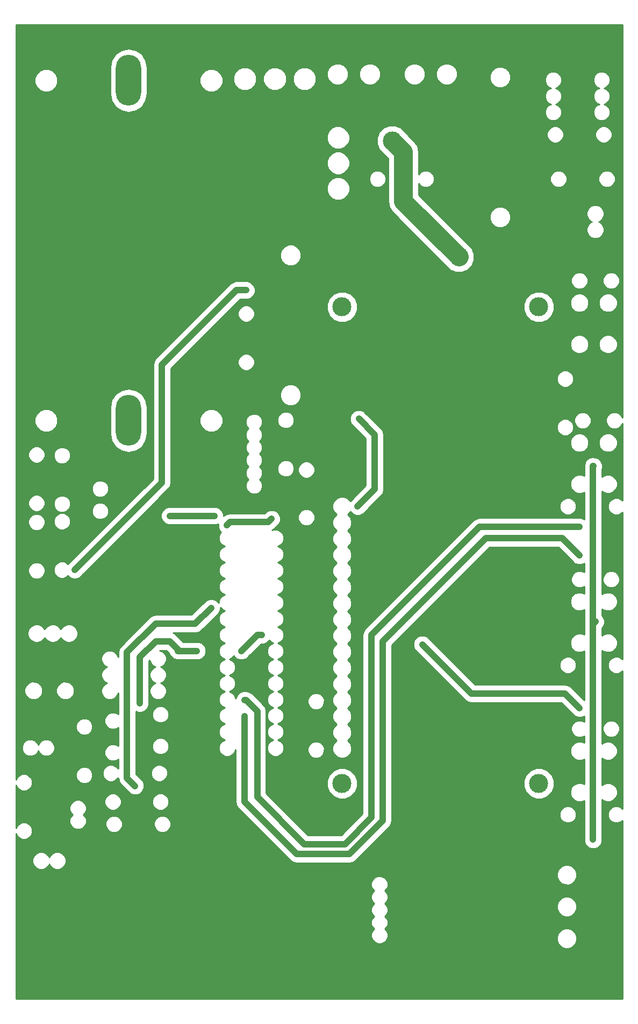
<source format=gbr>
G04 #@! TF.FileFunction,Copper,L1,Top,Signal*
%FSLAX46Y46*%
G04 Gerber Fmt 4.6, Leading zero omitted, Abs format (unit mm)*
G04 Created by KiCad (PCBNEW 4.0.7-e2-6376~58~ubuntu14.04.1) date Tue Dec 19 21:47:33 2017*
%MOMM*%
%LPD*%
G01*
G04 APERTURE LIST*
%ADD10C,0.100000*%
%ADD11O,4.000000X8.000000*%
%ADD12C,3.000000*%
%ADD13C,1.000000*%
%ADD14C,1.000000*%
%ADD15C,3.000000*%
%ADD16C,0.254000*%
G04 APERTURE END LIST*
D10*
D11*
X18750000Y92000000D03*
X18750000Y145500000D03*
D12*
X52358000Y34878900D03*
X83358700Y34878900D03*
X83358700Y109877480D03*
X52358000Y109877480D03*
D13*
X54822000Y78478000D03*
X55000000Y92250000D03*
X25250000Y77000000D03*
X32250000Y77000000D03*
X91900000Y26050000D03*
X91950000Y84800000D03*
X91900000Y36900000D03*
X92300000Y60350000D03*
X20500000Y47500000D03*
X29500000Y55750000D03*
X39750000Y58250000D03*
X36500000Y55750000D03*
X89750000Y46750000D03*
X65000000Y56750000D03*
X41250000Y76500000D03*
X34250000Y75500000D03*
X37000000Y48000000D03*
X89750000Y75250000D03*
X37000000Y45500000D03*
X89750000Y70750000D03*
X32500000Y81000000D03*
X9330000Y62250000D03*
X56000000Y17000000D03*
X49250000Y43000000D03*
X11750000Y34000000D03*
X84810000Y90940000D03*
X84500000Y78500000D03*
X84500000Y53500000D03*
X85000000Y10500000D03*
X85000000Y30000000D03*
X49000000Y76000000D03*
X31500000Y58250000D03*
X44250000Y53250000D03*
X19750000Y34500000D03*
X31750000Y62500000D03*
X10250000Y68500000D03*
X37250000Y112500000D03*
D12*
X60250000Y136000000D03*
X70750000Y117750000D03*
D14*
X57500000Y89750000D02*
X55000000Y92250000D01*
X57500000Y81156000D02*
X57500000Y89750000D01*
X54822000Y78478000D02*
X57500000Y81156000D01*
X32250000Y77000000D02*
X25250000Y77000000D01*
X91900000Y36900000D02*
X91900000Y26050000D01*
X91900000Y59850000D02*
X91900000Y84850000D01*
X91900000Y84850000D02*
X91950000Y84800000D01*
X91900000Y59950000D02*
X91900000Y59850000D01*
X91900000Y59850000D02*
X91900000Y36900000D01*
X92300000Y60350000D02*
X91900000Y59950000D01*
X20500000Y54750000D02*
X20500000Y47500000D01*
X23000000Y57250000D02*
X20500000Y54750000D01*
X25250000Y57250000D02*
X23000000Y57250000D01*
X26500000Y56000000D02*
X25250000Y57250000D01*
X26500000Y55750000D02*
X26500000Y56000000D01*
X29500000Y55750000D02*
X26500000Y55750000D01*
X39000000Y58250000D02*
X39750000Y58250000D01*
X36500000Y55750000D02*
X39000000Y58250000D01*
X72750000Y49000000D02*
X65000000Y56750000D01*
X87500000Y49000000D02*
X72750000Y49000000D01*
X89750000Y46750000D02*
X87500000Y49000000D01*
X34250000Y75500000D02*
X34750000Y76000000D01*
X34750000Y76000000D02*
X40750000Y76000000D01*
X40750000Y76000000D02*
X41250000Y76500000D01*
X37000000Y48000000D02*
X37250000Y48000000D01*
X37250000Y48000000D02*
X39000000Y46250000D01*
X39000000Y46250000D02*
X39000000Y32750000D01*
X39000000Y32750000D02*
X46399998Y25350002D01*
X46399998Y25350002D02*
X52837258Y25350002D01*
X52837258Y25350002D02*
X57000000Y29512744D01*
X57000000Y29512744D02*
X57000000Y58250000D01*
X57000000Y58250000D02*
X74000000Y75250000D01*
X74000000Y75250000D02*
X89750000Y75250000D01*
X45250000Y23750000D02*
X37000000Y32000000D01*
X37000000Y32000000D02*
X37000000Y45500000D01*
X58750000Y57250000D02*
X58750000Y29000000D01*
X53500000Y23750000D02*
X45250000Y23750000D01*
X58750000Y29000000D02*
X53500000Y23750000D01*
X89750000Y70750000D02*
X87000000Y73500000D01*
X87000000Y73500000D02*
X75000000Y73500000D01*
X75000000Y73500000D02*
X58750000Y57250000D01*
X9330000Y62250000D02*
X9250000Y62250000D01*
X19750000Y34500000D02*
X18500000Y35750000D01*
X23000000Y60000000D02*
X18500000Y55500000D01*
X23000000Y60000000D02*
X29250000Y60000000D01*
X18500000Y35750000D02*
X18500000Y55500000D01*
X31750000Y62500000D02*
X29250000Y60000000D01*
X11750000Y70000000D02*
X24000000Y82250000D01*
X11750000Y70000000D02*
X10250000Y68500000D01*
X35750000Y112500000D02*
X37250000Y112500000D01*
X24000000Y100750000D02*
X35750000Y112500000D01*
X24000000Y82250000D02*
X24000000Y100750000D01*
D15*
X60250000Y136000000D02*
X62000000Y134250000D01*
X62000000Y134250000D02*
X62000000Y126500000D01*
X62000000Y126500000D02*
X70750000Y117750000D01*
D16*
G36*
X96498000Y92454547D02*
X96375631Y92750703D01*
X96002666Y93124319D01*
X95515115Y93326769D01*
X94987202Y93327229D01*
X94499297Y93125631D01*
X94125681Y92752666D01*
X93923231Y92265115D01*
X93922771Y91737202D01*
X94124369Y91249297D01*
X94497334Y90875681D01*
X94984885Y90673231D01*
X95512798Y90672771D01*
X96000703Y90874369D01*
X96374319Y91247334D01*
X96498000Y91545189D01*
X96498000Y79438733D01*
X96312695Y79624362D01*
X95825125Y79826819D01*
X95297192Y79827279D01*
X94809269Y79625674D01*
X94435638Y79252695D01*
X94233181Y78765125D01*
X94232721Y78237192D01*
X94434326Y77749269D01*
X94807305Y77375638D01*
X95294875Y77173181D01*
X95822808Y77172721D01*
X96310731Y77374326D01*
X96498000Y77561268D01*
X96498000Y54438733D01*
X96312695Y54624362D01*
X95825125Y54826819D01*
X95297192Y54827279D01*
X94809269Y54625674D01*
X94435638Y54252695D01*
X94233181Y53765125D01*
X94232721Y53237192D01*
X94434326Y52749269D01*
X94807305Y52375638D01*
X95294875Y52173181D01*
X95822808Y52172721D01*
X96310731Y52374326D01*
X96498000Y52561268D01*
X96498000Y30938733D01*
X96312695Y31124362D01*
X95825125Y31326819D01*
X95297192Y31327279D01*
X94809269Y31125674D01*
X94435638Y30752695D01*
X94233181Y30265125D01*
X94232721Y29737192D01*
X94434326Y29249269D01*
X94807305Y28875638D01*
X95294875Y28673181D01*
X95822808Y28672721D01*
X96310731Y28874326D01*
X96498000Y29061268D01*
X96498000Y1002000D01*
X1002000Y1002000D01*
X1002000Y18737202D01*
X56922771Y18737202D01*
X57124369Y18249297D01*
X57373339Y17999892D01*
X57125681Y17752666D01*
X56923231Y17265115D01*
X56922771Y16737202D01*
X57124369Y16249297D01*
X57373339Y15999892D01*
X57125681Y15752666D01*
X56923231Y15265115D01*
X56922771Y14737202D01*
X57124369Y14249297D01*
X57373339Y13999892D01*
X57125681Y13752666D01*
X56923231Y13265115D01*
X56922771Y12737202D01*
X57124369Y12249297D01*
X57373339Y11999892D01*
X57125681Y11752666D01*
X56923231Y11265115D01*
X56922771Y10737202D01*
X57124369Y10249297D01*
X57497334Y9875681D01*
X57984885Y9673231D01*
X58512798Y9672771D01*
X59000703Y9874369D01*
X59314572Y10187692D01*
X86172727Y10187692D01*
X86412305Y9607868D01*
X86855535Y9163864D01*
X87434939Y8923275D01*
X88062308Y8922727D01*
X88642132Y9162305D01*
X89086136Y9605535D01*
X89326725Y10184939D01*
X89327273Y10812308D01*
X89087695Y11392132D01*
X88644465Y11836136D01*
X88065061Y12076725D01*
X87437692Y12077273D01*
X86857868Y11837695D01*
X86413864Y11394465D01*
X86173275Y10815061D01*
X86172727Y10187692D01*
X59314572Y10187692D01*
X59374319Y10247334D01*
X59576769Y10734885D01*
X59577229Y11262798D01*
X59375631Y11750703D01*
X59126661Y12000108D01*
X59374319Y12247334D01*
X59576769Y12734885D01*
X59577229Y13262798D01*
X59375631Y13750703D01*
X59126661Y14000108D01*
X59374319Y14247334D01*
X59576769Y14734885D01*
X59577163Y15187692D01*
X86172727Y15187692D01*
X86412305Y14607868D01*
X86855535Y14163864D01*
X87434939Y13923275D01*
X88062308Y13922727D01*
X88642132Y14162305D01*
X89086136Y14605535D01*
X89326725Y15184939D01*
X89327273Y15812308D01*
X89087695Y16392132D01*
X88644465Y16836136D01*
X88065061Y17076725D01*
X87437692Y17077273D01*
X86857868Y16837695D01*
X86413864Y16394465D01*
X86173275Y15815061D01*
X86172727Y15187692D01*
X59577163Y15187692D01*
X59577229Y15262798D01*
X59375631Y15750703D01*
X59126661Y16000108D01*
X59374319Y16247334D01*
X59576769Y16734885D01*
X59577229Y17262798D01*
X59375631Y17750703D01*
X59126661Y18000108D01*
X59374319Y18247334D01*
X59576769Y18734885D01*
X59577229Y19262798D01*
X59375631Y19750703D01*
X59002666Y20124319D01*
X58850048Y20187692D01*
X86172727Y20187692D01*
X86412305Y19607868D01*
X86855535Y19163864D01*
X87434939Y18923275D01*
X88062308Y18922727D01*
X88642132Y19162305D01*
X89086136Y19605535D01*
X89326725Y20184939D01*
X89327273Y20812308D01*
X89087695Y21392132D01*
X88644465Y21836136D01*
X88065061Y22076725D01*
X87437692Y22077273D01*
X86857868Y21837695D01*
X86413864Y21394465D01*
X86173275Y20815061D01*
X86172727Y20187692D01*
X58850048Y20187692D01*
X58515115Y20326769D01*
X57987202Y20327229D01*
X57499297Y20125631D01*
X57125681Y19752666D01*
X56923231Y19265115D01*
X56922771Y18737202D01*
X1002000Y18737202D01*
X1002000Y22477299D01*
X3582762Y22477299D01*
X3791956Y21971011D01*
X4178974Y21583317D01*
X4684896Y21373240D01*
X5232701Y21372762D01*
X5738989Y21581956D01*
X6126683Y21968974D01*
X6229995Y22217776D01*
X6331956Y21971011D01*
X6718974Y21583317D01*
X7224896Y21373240D01*
X7772701Y21372762D01*
X8278989Y21581956D01*
X8666683Y21968974D01*
X8876760Y22474896D01*
X8877238Y23022701D01*
X8668044Y23528989D01*
X8281026Y23916683D01*
X7775104Y24126760D01*
X7227299Y24127238D01*
X6721011Y23918044D01*
X6333317Y23531026D01*
X6230005Y23282224D01*
X6128044Y23528989D01*
X5741026Y23916683D01*
X5235104Y24126760D01*
X4687299Y24127238D01*
X4181011Y23918044D01*
X3793317Y23531026D01*
X3583240Y23025104D01*
X3582762Y22477299D01*
X1002000Y22477299D01*
X1002000Y26985322D01*
X1124326Y26689269D01*
X1497305Y26315638D01*
X1984875Y26113181D01*
X2512808Y26112721D01*
X3000731Y26314326D01*
X3374362Y26687305D01*
X3576819Y27174875D01*
X3577279Y27702808D01*
X3375674Y28190731D01*
X3002695Y28564362D01*
X2515125Y28766819D01*
X1987192Y28767279D01*
X1499269Y28565674D01*
X1125638Y28192695D01*
X1002000Y27894942D01*
X1002000Y30737202D01*
X9422771Y30737202D01*
X9624369Y30249297D01*
X9873339Y29999892D01*
X9625681Y29752666D01*
X9423231Y29265115D01*
X9422771Y28737202D01*
X9624369Y28249297D01*
X9997334Y27875681D01*
X10484885Y27673231D01*
X11012798Y27672771D01*
X11500703Y27874369D01*
X11864159Y28237192D01*
X15112721Y28237192D01*
X15314326Y27749269D01*
X15687305Y27375638D01*
X16174875Y27173181D01*
X16702808Y27172721D01*
X17190731Y27374326D01*
X17564362Y27747305D01*
X17766819Y28234875D01*
X17766821Y28237192D01*
X22732721Y28237192D01*
X22934326Y27749269D01*
X23307305Y27375638D01*
X23794875Y27173181D01*
X24322808Y27172721D01*
X24810731Y27374326D01*
X25184362Y27747305D01*
X25386819Y28234875D01*
X25387279Y28762808D01*
X25185674Y29250731D01*
X24812695Y29624362D01*
X24325125Y29826819D01*
X23797192Y29827279D01*
X23309269Y29625674D01*
X22935638Y29252695D01*
X22733181Y28765125D01*
X22732721Y28237192D01*
X17766821Y28237192D01*
X17767279Y28762808D01*
X17565674Y29250731D01*
X17192695Y29624362D01*
X16705125Y29826819D01*
X16177192Y29827279D01*
X15689269Y29625674D01*
X15315638Y29252695D01*
X15113181Y28765125D01*
X15112721Y28237192D01*
X11864159Y28237192D01*
X11874319Y28247334D01*
X12076769Y28734885D01*
X12077229Y29262798D01*
X11875631Y29750703D01*
X11626661Y30000108D01*
X11874319Y30247334D01*
X12076769Y30734885D01*
X12077229Y31262798D01*
X11881210Y31737202D01*
X14922771Y31737202D01*
X15124369Y31249297D01*
X15497334Y30875681D01*
X15984885Y30673231D01*
X16512798Y30672771D01*
X17000703Y30874369D01*
X17374319Y31247334D01*
X17576769Y31734885D01*
X17576771Y31737202D01*
X22422771Y31737202D01*
X22624369Y31249297D01*
X22997334Y30875681D01*
X23484885Y30673231D01*
X24012798Y30672771D01*
X24500703Y30874369D01*
X24874319Y31247334D01*
X25076769Y31734885D01*
X25077229Y32262798D01*
X24875631Y32750703D01*
X24502666Y33124319D01*
X24015115Y33326769D01*
X23487202Y33327229D01*
X22999297Y33125631D01*
X22625681Y32752666D01*
X22423231Y32265115D01*
X22422771Y31737202D01*
X17576771Y31737202D01*
X17577229Y32262798D01*
X17375631Y32750703D01*
X17002666Y33124319D01*
X16515115Y33326769D01*
X15987202Y33327229D01*
X15499297Y33125631D01*
X15125681Y32752666D01*
X14923231Y32265115D01*
X14922771Y31737202D01*
X11881210Y31737202D01*
X11875631Y31750703D01*
X11502666Y32124319D01*
X11015115Y32326769D01*
X10487202Y32327229D01*
X9999297Y32125631D01*
X9625681Y31752666D01*
X9423231Y31265115D01*
X9422771Y30737202D01*
X1002000Y30737202D01*
X1002000Y34605322D01*
X1124326Y34309269D01*
X1497305Y33935638D01*
X1984875Y33733181D01*
X2512808Y33732721D01*
X3000731Y33934326D01*
X3374362Y34307305D01*
X3576819Y34794875D01*
X3577279Y35322808D01*
X3375674Y35810731D01*
X3259417Y35927192D01*
X10422721Y35927192D01*
X10624326Y35439269D01*
X10997305Y35065638D01*
X11484875Y34863181D01*
X12012808Y34862721D01*
X12500731Y35064326D01*
X12874362Y35437305D01*
X13076819Y35924875D01*
X13077279Y36452808D01*
X12875674Y36940731D01*
X12502695Y37314362D01*
X12015125Y37516819D01*
X11487192Y37517279D01*
X10999269Y37315674D01*
X10625638Y36942695D01*
X10423181Y36455125D01*
X10422721Y35927192D01*
X3259417Y35927192D01*
X3002695Y36184362D01*
X2515125Y36386819D01*
X1987192Y36387279D01*
X1499269Y36185674D01*
X1125638Y35812695D01*
X1002000Y35514942D01*
X1002000Y40237202D01*
X1922771Y40237202D01*
X2124369Y39749297D01*
X2497334Y39375681D01*
X2984885Y39173231D01*
X3512798Y39172771D01*
X4000703Y39374369D01*
X4374319Y39747334D01*
X4500060Y40050149D01*
X4624369Y39749297D01*
X4997334Y39375681D01*
X5484885Y39173231D01*
X6012798Y39172771D01*
X6500703Y39374369D01*
X6874319Y39747334D01*
X7076769Y40234885D01*
X7077229Y40762798D01*
X6875631Y41250703D01*
X6502666Y41624319D01*
X6015115Y41826769D01*
X5487202Y41827229D01*
X4999297Y41625631D01*
X4625681Y41252666D01*
X4499940Y40949851D01*
X4375631Y41250703D01*
X4002666Y41624319D01*
X3515115Y41826769D01*
X2987202Y41827229D01*
X2499297Y41625631D01*
X2125681Y41252666D01*
X1923231Y40765115D01*
X1922771Y40237202D01*
X1002000Y40237202D01*
X1002000Y43547192D01*
X10422721Y43547192D01*
X10624326Y43059269D01*
X10997305Y42685638D01*
X11484875Y42483181D01*
X12012808Y42482721D01*
X12500731Y42684326D01*
X12874362Y43057305D01*
X13076819Y43544875D01*
X13077279Y44072808D01*
X12875674Y44560731D01*
X12502695Y44934362D01*
X12015125Y45136819D01*
X11487192Y45137279D01*
X10999269Y44935674D01*
X10625638Y44562695D01*
X10423181Y44075125D01*
X10422721Y43547192D01*
X1002000Y43547192D01*
X1002000Y49217397D01*
X2322752Y49217397D01*
X2539543Y48692725D01*
X2940614Y48290953D01*
X3464907Y48073248D01*
X4032603Y48072752D01*
X4557275Y48289543D01*
X4959047Y48690614D01*
X5176752Y49214907D01*
X5176754Y49217397D01*
X7322752Y49217397D01*
X7539543Y48692725D01*
X7940614Y48290953D01*
X8464907Y48073248D01*
X9032603Y48072752D01*
X9557275Y48289543D01*
X9959047Y48690614D01*
X10176752Y49214907D01*
X10177248Y49782603D01*
X9960457Y50307275D01*
X9559386Y50709047D01*
X9035093Y50926752D01*
X8467397Y50927248D01*
X7942725Y50710457D01*
X7540953Y50309386D01*
X7323248Y49785093D01*
X7322752Y49217397D01*
X5176754Y49217397D01*
X5177248Y49782603D01*
X4960457Y50307275D01*
X4559386Y50709047D01*
X4035093Y50926752D01*
X3467397Y50927248D01*
X2942725Y50710457D01*
X2540953Y50309386D01*
X2323248Y49785093D01*
X2322752Y49217397D01*
X1002000Y49217397D01*
X1002000Y54237202D01*
X14422771Y54237202D01*
X14624369Y53749297D01*
X14997334Y53375681D01*
X15348433Y53229891D01*
X14999297Y53085631D01*
X14625681Y52712666D01*
X14423231Y52225115D01*
X14422771Y51697202D01*
X14624369Y51209297D01*
X14997334Y50835681D01*
X15348433Y50689891D01*
X14999297Y50545631D01*
X14625681Y50172666D01*
X14423231Y49685115D01*
X14422771Y49157202D01*
X14624369Y48669297D01*
X14997334Y48295681D01*
X15484885Y48093231D01*
X16012798Y48092771D01*
X16500703Y48294369D01*
X16874319Y48667334D01*
X17073000Y49145808D01*
X17073000Y45803862D01*
X17002666Y45874319D01*
X16515115Y46076769D01*
X15987202Y46077229D01*
X15499297Y45875631D01*
X15125681Y45502666D01*
X14923231Y45015115D01*
X14922771Y44487202D01*
X15124369Y43999297D01*
X15497334Y43625681D01*
X15984885Y43423231D01*
X16512798Y43422771D01*
X17000703Y43624369D01*
X17073000Y43696540D01*
X17073000Y40803862D01*
X17002666Y40874319D01*
X16515115Y41076769D01*
X15987202Y41077229D01*
X15499297Y40875631D01*
X15125681Y40502666D01*
X14923231Y40015115D01*
X14922771Y39487202D01*
X15124369Y38999297D01*
X15497334Y38625681D01*
X15984885Y38423231D01*
X16512798Y38422771D01*
X17000703Y38624369D01*
X17073000Y38696540D01*
X17073000Y37233001D01*
X17065674Y37250731D01*
X16692695Y37624362D01*
X16205125Y37826819D01*
X15677192Y37827279D01*
X15189269Y37625674D01*
X14815638Y37252695D01*
X14613181Y36765125D01*
X14612721Y36237192D01*
X14814326Y35749269D01*
X15187305Y35375638D01*
X15674875Y35173181D01*
X16202808Y35172721D01*
X16690731Y35374326D01*
X17064362Y35747305D01*
X17073000Y35768108D01*
X17073000Y35750000D01*
X17150667Y35359542D01*
X17181624Y35203911D01*
X17490959Y34740959D01*
X18739792Y33492126D01*
X18940614Y33290953D01*
X19464907Y33073248D01*
X20032603Y33072752D01*
X20557275Y33289543D01*
X20959047Y33690614D01*
X21176752Y34214907D01*
X21177248Y34782603D01*
X20960457Y35307275D01*
X20559386Y35709047D01*
X20558786Y35709296D01*
X20030890Y36237192D01*
X22232721Y36237192D01*
X22434326Y35749269D01*
X22807305Y35375638D01*
X23294875Y35173181D01*
X23822808Y35172721D01*
X24310731Y35374326D01*
X24684362Y35747305D01*
X24886819Y36234875D01*
X24887279Y36762808D01*
X24685674Y37250731D01*
X24312695Y37624362D01*
X23825125Y37826819D01*
X23297192Y37827279D01*
X22809269Y37625674D01*
X22435638Y37252695D01*
X22233181Y36765125D01*
X22232721Y36237192D01*
X20030890Y36237192D01*
X19927000Y36341082D01*
X19927000Y40487202D01*
X22422771Y40487202D01*
X22624369Y39999297D01*
X22997334Y39625681D01*
X23484885Y39423231D01*
X24012798Y39422771D01*
X24500703Y39624369D01*
X24874319Y39997334D01*
X25076769Y40484885D01*
X25077229Y41012798D01*
X24875631Y41500703D01*
X24502666Y41874319D01*
X24015115Y42076769D01*
X23487202Y42077229D01*
X22999297Y41875631D01*
X22625681Y41502666D01*
X22423231Y41015115D01*
X22422771Y40487202D01*
X19927000Y40487202D01*
X19927000Y45487202D01*
X22422771Y45487202D01*
X22624369Y44999297D01*
X22997334Y44625681D01*
X23484885Y44423231D01*
X24012798Y44422771D01*
X24500703Y44624369D01*
X24874319Y44997334D01*
X25076769Y45484885D01*
X25077229Y46012798D01*
X24875631Y46500703D01*
X24502666Y46874319D01*
X24015115Y47076769D01*
X23487202Y47077229D01*
X22999297Y46875631D01*
X22625681Y46502666D01*
X22423231Y46015115D01*
X22422771Y45487202D01*
X19927000Y45487202D01*
X19927000Y46192797D01*
X20214907Y46073248D01*
X20782603Y46072752D01*
X21307275Y46289543D01*
X21709047Y46690614D01*
X21926752Y47214907D01*
X21927248Y47782603D01*
X21927000Y47783203D01*
X21927000Y54158918D01*
X22042804Y54274722D01*
X22042771Y54237202D01*
X22244369Y53749297D01*
X22617334Y53375681D01*
X22968433Y53229891D01*
X22619297Y53085631D01*
X22245681Y52712666D01*
X22043231Y52225115D01*
X22042771Y51697202D01*
X22244369Y51209297D01*
X22617334Y50835681D01*
X22968433Y50689891D01*
X22619297Y50545631D01*
X22245681Y50172666D01*
X22043231Y49685115D01*
X22042771Y49157202D01*
X22244369Y48669297D01*
X22617334Y48295681D01*
X23104885Y48093231D01*
X23632798Y48092771D01*
X24120703Y48294369D01*
X24494319Y48667334D01*
X24696769Y49154885D01*
X24697229Y49682798D01*
X24495631Y50170703D01*
X24122666Y50544319D01*
X23771567Y50690109D01*
X24120703Y50834369D01*
X24494319Y51207334D01*
X24696769Y51694885D01*
X24697229Y52222798D01*
X24495631Y52710703D01*
X24122666Y53084319D01*
X23771567Y53230109D01*
X24120703Y53374369D01*
X24494319Y53747334D01*
X24696769Y54234885D01*
X24697229Y54762798D01*
X24495631Y55250703D01*
X24122666Y55624319D01*
X23644192Y55823000D01*
X24658918Y55823000D01*
X25157692Y55324226D01*
X25181624Y55203911D01*
X25490959Y54740959D01*
X25953911Y54431624D01*
X26500000Y54323000D01*
X29498755Y54323000D01*
X29782603Y54322752D01*
X30307275Y54539543D01*
X30709047Y54940614D01*
X30926752Y55464907D01*
X30927248Y56032603D01*
X30710457Y56557275D01*
X30309386Y56959047D01*
X29785093Y57176752D01*
X29217397Y57177248D01*
X29216797Y57177000D01*
X27341082Y57177000D01*
X26259041Y58259041D01*
X25796089Y58568376D01*
X25772843Y58573000D01*
X29250000Y58573000D01*
X29796089Y58681624D01*
X30259041Y58990959D01*
X32757874Y61489792D01*
X32959047Y61690614D01*
X33176752Y62214907D01*
X33177033Y62536541D01*
X33497334Y62215681D01*
X33848433Y62069891D01*
X33499297Y61925631D01*
X33125681Y61552666D01*
X32923231Y61065115D01*
X32922771Y60537202D01*
X33124369Y60049297D01*
X33497334Y59675681D01*
X33848433Y59529891D01*
X33499297Y59385631D01*
X33125681Y59012666D01*
X32923231Y58525115D01*
X32922771Y57997202D01*
X33124369Y57509297D01*
X33497334Y57135681D01*
X33848433Y56989891D01*
X33499297Y56845631D01*
X33125681Y56472666D01*
X32923231Y55985115D01*
X32922771Y55457202D01*
X33124369Y54969297D01*
X33497334Y54595681D01*
X33848433Y54449891D01*
X33499297Y54305631D01*
X33125681Y53932666D01*
X32923231Y53445115D01*
X32922771Y52917202D01*
X33124369Y52429297D01*
X33497334Y52055681D01*
X33848433Y51909891D01*
X33499297Y51765631D01*
X33125681Y51392666D01*
X32923231Y50905115D01*
X32922771Y50377202D01*
X33124369Y49889297D01*
X33497334Y49515681D01*
X33848433Y49369891D01*
X33499297Y49225631D01*
X33125681Y48852666D01*
X32923231Y48365115D01*
X32922771Y47837202D01*
X33124369Y47349297D01*
X33497334Y46975681D01*
X33848433Y46829891D01*
X33499297Y46685631D01*
X33125681Y46312666D01*
X32923231Y45825115D01*
X32922771Y45297202D01*
X33124369Y44809297D01*
X33497334Y44435681D01*
X33848433Y44289891D01*
X33499297Y44145631D01*
X33125681Y43772666D01*
X32923231Y43285115D01*
X32922771Y42757202D01*
X33124369Y42269297D01*
X33497334Y41895681D01*
X33848433Y41749891D01*
X33499297Y41605631D01*
X33125681Y41232666D01*
X32923231Y40745115D01*
X32922771Y40217202D01*
X33124369Y39729297D01*
X33497334Y39355681D01*
X33984885Y39153231D01*
X34512798Y39152771D01*
X35000703Y39354369D01*
X35374319Y39727334D01*
X35573000Y40205808D01*
X35573000Y32000000D01*
X35624527Y31740959D01*
X35681624Y31453911D01*
X35990959Y30990959D01*
X44240959Y22740959D01*
X44703911Y22431624D01*
X45250000Y22323000D01*
X53500000Y22323000D01*
X54046089Y22431624D01*
X54509041Y22740959D01*
X59759041Y27990958D01*
X60068376Y28453910D01*
X60111900Y28672721D01*
X60177000Y29000000D01*
X60177000Y29737192D01*
X86612721Y29737192D01*
X86814326Y29249269D01*
X87187305Y28875638D01*
X87674875Y28673181D01*
X88202808Y28672721D01*
X88690731Y28874326D01*
X89064362Y29247305D01*
X89266819Y29734875D01*
X89267279Y30262808D01*
X89065674Y30750731D01*
X88692695Y31124362D01*
X88205125Y31326819D01*
X87677192Y31327279D01*
X87189269Y31125674D01*
X86815638Y30752695D01*
X86613181Y30265125D01*
X86612721Y29737192D01*
X60177000Y29737192D01*
X60177000Y34398258D01*
X80931279Y34398258D01*
X81299990Y33505911D01*
X81982120Y32822589D01*
X82873822Y32452322D01*
X83839342Y32451479D01*
X84731689Y32820190D01*
X85415011Y33502320D01*
X85785278Y34394022D01*
X85786121Y35359542D01*
X85417410Y36251889D01*
X84735280Y36935211D01*
X83843578Y37305478D01*
X82878058Y37306321D01*
X81985711Y36937610D01*
X81302389Y36255480D01*
X80932122Y35363778D01*
X80931279Y34398258D01*
X60177000Y34398258D01*
X60177000Y56658918D01*
X75591083Y72073000D01*
X86408918Y72073000D01*
X88740364Y69741553D01*
X88940614Y69540953D01*
X89464907Y69323248D01*
X90032603Y69322752D01*
X90473000Y69504721D01*
X90473000Y68136637D01*
X90015115Y68326769D01*
X89487202Y68327229D01*
X88999297Y68125631D01*
X88625681Y67752666D01*
X88423231Y67265115D01*
X88422771Y66737202D01*
X88624369Y66249297D01*
X88997334Y65875681D01*
X89484885Y65673231D01*
X90012798Y65672771D01*
X90473000Y65862922D01*
X90473000Y64799056D01*
X90045082Y64976743D01*
X89457495Y64977256D01*
X88914440Y64752870D01*
X88498591Y64337746D01*
X88273257Y63795082D01*
X88272744Y63207495D01*
X88497130Y62664440D01*
X88912254Y62248591D01*
X89454918Y62023257D01*
X90042505Y62022744D01*
X90473000Y62200621D01*
X90473000Y58299056D01*
X90045082Y58476743D01*
X89457495Y58477256D01*
X88914440Y58252870D01*
X88498591Y57837746D01*
X88273257Y57295082D01*
X88272744Y56707495D01*
X88497130Y56164440D01*
X88912254Y55748591D01*
X89454918Y55523257D01*
X90042505Y55522744D01*
X90473000Y55700621D01*
X90473000Y48045083D01*
X88509041Y50009041D01*
X88046089Y50318376D01*
X87500000Y50427000D01*
X73341082Y50427000D01*
X70530890Y53237192D01*
X86612721Y53237192D01*
X86814326Y52749269D01*
X87187305Y52375638D01*
X87674875Y52173181D01*
X88202808Y52172721D01*
X88690731Y52374326D01*
X89064362Y52747305D01*
X89266819Y53234875D01*
X89267279Y53762808D01*
X89065674Y54250731D01*
X88692695Y54624362D01*
X88205125Y54826819D01*
X87677192Y54827279D01*
X87189269Y54625674D01*
X86815638Y54252695D01*
X86613181Y53765125D01*
X86612721Y53237192D01*
X70530890Y53237192D01*
X66010208Y57757874D01*
X65809386Y57959047D01*
X65285093Y58176752D01*
X64717397Y58177248D01*
X64192725Y57960457D01*
X63790953Y57559386D01*
X63573248Y57035093D01*
X63572752Y56467397D01*
X63789543Y55942725D01*
X64190614Y55540953D01*
X64191214Y55540704D01*
X71740959Y47990959D01*
X72203911Y47681624D01*
X72750000Y47573000D01*
X86908918Y47573000D01*
X88740364Y45741553D01*
X88940614Y45540953D01*
X89464907Y45323248D01*
X90032603Y45322752D01*
X90473000Y45504721D01*
X90473000Y44636637D01*
X90015115Y44826769D01*
X89487202Y44827229D01*
X88999297Y44625631D01*
X88625681Y44252666D01*
X88423231Y43765115D01*
X88422771Y43237202D01*
X88624369Y42749297D01*
X88997334Y42375681D01*
X89484885Y42173231D01*
X90012798Y42172771D01*
X90473000Y42362922D01*
X90473000Y41299056D01*
X90045082Y41476743D01*
X89457495Y41477256D01*
X88914440Y41252870D01*
X88498591Y40837746D01*
X88273257Y40295082D01*
X88272744Y39707495D01*
X88497130Y39164440D01*
X88912254Y38748591D01*
X89454918Y38523257D01*
X90042505Y38522744D01*
X90473000Y38700621D01*
X90473000Y36901245D01*
X90472752Y36617397D01*
X90473000Y36616797D01*
X90473000Y34799056D01*
X90045082Y34976743D01*
X89457495Y34977256D01*
X88914440Y34752870D01*
X88498591Y34337746D01*
X88273257Y33795082D01*
X88272744Y33207495D01*
X88497130Y32664440D01*
X88912254Y32248591D01*
X89454918Y32023257D01*
X90042505Y32022744D01*
X90473000Y32200621D01*
X90473000Y26051245D01*
X90472752Y25767397D01*
X90689543Y25242725D01*
X91090614Y24840953D01*
X91614907Y24623248D01*
X92182603Y24622752D01*
X92707275Y24839543D01*
X93109047Y25240614D01*
X93326752Y25764907D01*
X93327248Y26332603D01*
X93327000Y26333203D01*
X93327000Y32333994D01*
X93412254Y32248591D01*
X93954918Y32023257D01*
X94542505Y32022744D01*
X95085560Y32247130D01*
X95501409Y32662254D01*
X95726743Y33204918D01*
X95727256Y33792505D01*
X95502870Y34335560D01*
X95087746Y34751409D01*
X94545082Y34976743D01*
X93957495Y34977256D01*
X93414440Y34752870D01*
X93327000Y34665582D01*
X93327000Y36898755D01*
X93327248Y37182603D01*
X93327000Y37183203D01*
X93327000Y38833994D01*
X93412254Y38748591D01*
X93954918Y38523257D01*
X94542505Y38522744D01*
X95085560Y38747130D01*
X95501409Y39162254D01*
X95726743Y39704918D01*
X95727256Y40292505D01*
X95502870Y40835560D01*
X95087746Y41251409D01*
X94545082Y41476743D01*
X93957495Y41477256D01*
X93414440Y41252870D01*
X93327000Y41165582D01*
X93327000Y43237202D01*
X93422771Y43237202D01*
X93624369Y42749297D01*
X93997334Y42375681D01*
X94484885Y42173231D01*
X95012798Y42172771D01*
X95500703Y42374369D01*
X95874319Y42747334D01*
X96076769Y43234885D01*
X96077229Y43762798D01*
X95875631Y44250703D01*
X95502666Y44624319D01*
X95015115Y44826769D01*
X94487202Y44827229D01*
X93999297Y44625631D01*
X93625681Y44252666D01*
X93423231Y43765115D01*
X93422771Y43237202D01*
X93327000Y43237202D01*
X93327000Y55833994D01*
X93412254Y55748591D01*
X93954918Y55523257D01*
X94542505Y55522744D01*
X95085560Y55747130D01*
X95501409Y56162254D01*
X95726743Y56704918D01*
X95727256Y57292505D01*
X95502870Y57835560D01*
X95087746Y58251409D01*
X94545082Y58476743D01*
X93957495Y58477256D01*
X93414440Y58252870D01*
X93327000Y58165582D01*
X93327000Y59358885D01*
X93509047Y59540614D01*
X93726752Y60064907D01*
X93727248Y60632603D01*
X93510457Y61157275D01*
X93327000Y61341053D01*
X93327000Y62333994D01*
X93412254Y62248591D01*
X93954918Y62023257D01*
X94542505Y62022744D01*
X95085560Y62247130D01*
X95501409Y62662254D01*
X95726743Y63204918D01*
X95727256Y63792505D01*
X95502870Y64335560D01*
X95087746Y64751409D01*
X94545082Y64976743D01*
X93957495Y64977256D01*
X93414440Y64752870D01*
X93327000Y64665582D01*
X93327000Y66737202D01*
X93422771Y66737202D01*
X93624369Y66249297D01*
X93997334Y65875681D01*
X94484885Y65673231D01*
X95012798Y65672771D01*
X95500703Y65874369D01*
X95874319Y66247334D01*
X96076769Y66734885D01*
X96077229Y67262798D01*
X95875631Y67750703D01*
X95502666Y68124319D01*
X95015115Y68326769D01*
X94487202Y68327229D01*
X93999297Y68125631D01*
X93625681Y67752666D01*
X93423231Y67265115D01*
X93422771Y66737202D01*
X93327000Y66737202D01*
X93327000Y80833994D01*
X93412254Y80748591D01*
X93954918Y80523257D01*
X94542505Y80522744D01*
X95085560Y80747130D01*
X95501409Y81162254D01*
X95726743Y81704918D01*
X95727256Y82292505D01*
X95502870Y82835560D01*
X95087746Y83251409D01*
X94545082Y83476743D01*
X93957495Y83477256D01*
X93414440Y83252870D01*
X93327000Y83165582D01*
X93327000Y84395091D01*
X93376752Y84514907D01*
X93377248Y85082603D01*
X93160457Y85607275D01*
X92759386Y86009047D01*
X92561676Y86091143D01*
X92446089Y86168376D01*
X92310934Y86195260D01*
X92235093Y86226752D01*
X92152250Y86226824D01*
X91900000Y86277000D01*
X91353911Y86168376D01*
X90890959Y85859041D01*
X90581624Y85396089D01*
X90473000Y84850000D01*
X90473000Y83299056D01*
X90045082Y83476743D01*
X89457495Y83477256D01*
X88914440Y83252870D01*
X88498591Y82837746D01*
X88273257Y82295082D01*
X88272744Y81707495D01*
X88497130Y81164440D01*
X88912254Y80748591D01*
X89454918Y80523257D01*
X90042505Y80522744D01*
X90473000Y80700621D01*
X90473000Y76494918D01*
X90035093Y76676752D01*
X89467397Y76677248D01*
X89466797Y76677000D01*
X74000000Y76677000D01*
X73453911Y76568376D01*
X72990959Y76259042D01*
X55990959Y59259041D01*
X55681624Y58796089D01*
X55573000Y58250000D01*
X55573000Y30103827D01*
X52246176Y26777002D01*
X46991081Y26777002D01*
X40427000Y33341082D01*
X40427000Y34398258D01*
X49930579Y34398258D01*
X50299290Y33505911D01*
X50981420Y32822589D01*
X51873122Y32452322D01*
X52838642Y32451479D01*
X53730989Y32820190D01*
X54414311Y33502320D01*
X54784578Y34394022D01*
X54785421Y35359542D01*
X54416710Y36251889D01*
X53734580Y36935211D01*
X52842878Y37305478D01*
X51877358Y37306321D01*
X50985011Y36937610D01*
X50301689Y36255480D01*
X49931422Y35363778D01*
X49930579Y34398258D01*
X40427000Y34398258D01*
X40427000Y46250000D01*
X40318376Y46796089D01*
X40265228Y46875631D01*
X40009042Y47259041D01*
X38259041Y49009041D01*
X37796089Y49318376D01*
X37316215Y49413829D01*
X37285093Y49426752D01*
X37251097Y49426782D01*
X37250000Y49427000D01*
X37001245Y49427000D01*
X36717397Y49427248D01*
X36192725Y49210457D01*
X35790953Y48809386D01*
X35577170Y48294537D01*
X35577229Y48362798D01*
X35375631Y48850703D01*
X35002666Y49224319D01*
X34651567Y49370109D01*
X35000703Y49514369D01*
X35374319Y49887334D01*
X35576769Y50374885D01*
X35577229Y50902798D01*
X35375631Y51390703D01*
X35002666Y51764319D01*
X34651567Y51910109D01*
X35000703Y52054369D01*
X35374319Y52427334D01*
X35576769Y52914885D01*
X35577229Y53442798D01*
X35375631Y53930703D01*
X35002666Y54304319D01*
X34651567Y54450109D01*
X35000703Y54594369D01*
X35319553Y54912663D01*
X35690614Y54540953D01*
X36214907Y54323248D01*
X36782603Y54322752D01*
X37307275Y54539543D01*
X37709047Y54940614D01*
X37709296Y54941214D01*
X39591082Y56823000D01*
X39748755Y56823000D01*
X40032603Y56822752D01*
X40557275Y57039543D01*
X40885862Y57367557D01*
X41117334Y57135681D01*
X41468433Y56989891D01*
X41119297Y56845631D01*
X40745681Y56472666D01*
X40543231Y55985115D01*
X40542771Y55457202D01*
X40744369Y54969297D01*
X41117334Y54595681D01*
X41468433Y54449891D01*
X41119297Y54305631D01*
X40745681Y53932666D01*
X40543231Y53445115D01*
X40542771Y52917202D01*
X40744369Y52429297D01*
X41117334Y52055681D01*
X41468433Y51909891D01*
X41119297Y51765631D01*
X40745681Y51392666D01*
X40543231Y50905115D01*
X40542771Y50377202D01*
X40744369Y49889297D01*
X41117334Y49515681D01*
X41468433Y49369891D01*
X41119297Y49225631D01*
X40745681Y48852666D01*
X40543231Y48365115D01*
X40542771Y47837202D01*
X40744369Y47349297D01*
X41117334Y46975681D01*
X41468433Y46829891D01*
X41119297Y46685631D01*
X40745681Y46312666D01*
X40543231Y45825115D01*
X40542771Y45297202D01*
X40744369Y44809297D01*
X41117334Y44435681D01*
X41468433Y44289891D01*
X41119297Y44145631D01*
X40745681Y43772666D01*
X40543231Y43285115D01*
X40542771Y42757202D01*
X40744369Y42269297D01*
X41117334Y41895681D01*
X41468433Y41749891D01*
X41119297Y41605631D01*
X40745681Y41232666D01*
X40543231Y40745115D01*
X40542771Y40217202D01*
X40744369Y39729297D01*
X41117334Y39355681D01*
X41604885Y39153231D01*
X42132798Y39152771D01*
X42620703Y39354369D01*
X42994319Y39727334D01*
X43077307Y39927192D01*
X46922721Y39927192D01*
X47124326Y39439269D01*
X47497305Y39065638D01*
X47984875Y38863181D01*
X48512808Y38862721D01*
X49000731Y39064326D01*
X49374362Y39437305D01*
X49576819Y39924875D01*
X49577279Y40452808D01*
X49375674Y40940731D01*
X49002695Y41314362D01*
X48515125Y41516819D01*
X47987192Y41517279D01*
X47499269Y41315674D01*
X47125638Y40942695D01*
X46923181Y40455125D01*
X46922721Y39927192D01*
X43077307Y39927192D01*
X43196769Y40214885D01*
X43197229Y40742798D01*
X42995631Y41230703D01*
X42622666Y41604319D01*
X42271567Y41750109D01*
X42620703Y41894369D01*
X42994319Y42267334D01*
X43196769Y42754885D01*
X43197229Y43282798D01*
X42995631Y43770703D01*
X42622666Y44144319D01*
X42271567Y44290109D01*
X42620703Y44434369D01*
X42994319Y44807334D01*
X43196769Y45294885D01*
X43197229Y45822798D01*
X42995631Y46310703D01*
X42622666Y46684319D01*
X42271567Y46830109D01*
X42620703Y46974369D01*
X42994319Y47347334D01*
X43077307Y47547192D01*
X46922721Y47547192D01*
X47124326Y47059269D01*
X47497305Y46685638D01*
X47984875Y46483181D01*
X48512808Y46482721D01*
X49000731Y46684326D01*
X49374362Y47057305D01*
X49576819Y47544875D01*
X49577279Y48072808D01*
X49375674Y48560731D01*
X49002695Y48934362D01*
X48515125Y49136819D01*
X47987192Y49137279D01*
X47499269Y48935674D01*
X47125638Y48562695D01*
X46923181Y48075125D01*
X46922721Y47547192D01*
X43077307Y47547192D01*
X43196769Y47834885D01*
X43197229Y48362798D01*
X42995631Y48850703D01*
X42622666Y49224319D01*
X42271567Y49370109D01*
X42620703Y49514369D01*
X42994319Y49887334D01*
X43196769Y50374885D01*
X43197229Y50902798D01*
X42995631Y51390703D01*
X42622666Y51764319D01*
X42271567Y51910109D01*
X42620703Y52054369D01*
X42994319Y52427334D01*
X43196769Y52914885D01*
X43197229Y53442798D01*
X42995631Y53930703D01*
X42622666Y54304319D01*
X42271567Y54450109D01*
X42620703Y54594369D01*
X42994319Y54967334D01*
X43196769Y55454885D01*
X43197229Y55982798D01*
X42995631Y56470703D01*
X42622666Y56844319D01*
X42271567Y56990109D01*
X42620703Y57134369D01*
X42994319Y57507334D01*
X43196769Y57994885D01*
X43197229Y58522798D01*
X42995631Y59010703D01*
X42622666Y59384319D01*
X42271567Y59530109D01*
X42620703Y59674369D01*
X42994319Y60047334D01*
X43196769Y60534885D01*
X43197229Y61062798D01*
X42995631Y61550703D01*
X42622666Y61924319D01*
X42271567Y62070109D01*
X42620703Y62214369D01*
X42994319Y62587334D01*
X43196769Y63074885D01*
X43197229Y63602798D01*
X42995631Y64090703D01*
X42622666Y64464319D01*
X42271567Y64610109D01*
X42620703Y64754369D01*
X42994319Y65127334D01*
X43196769Y65614885D01*
X43197229Y66142798D01*
X42995631Y66630703D01*
X42622666Y67004319D01*
X42271567Y67150109D01*
X42620703Y67294369D01*
X42994319Y67667334D01*
X43196769Y68154885D01*
X43197229Y68682798D01*
X42995631Y69170703D01*
X42622666Y69544319D01*
X42271567Y69690109D01*
X42620703Y69834369D01*
X42994319Y70207334D01*
X43196769Y70694885D01*
X43197229Y71222798D01*
X42995631Y71710703D01*
X42622666Y72084319D01*
X42271567Y72230109D01*
X42620703Y72374369D01*
X42994319Y72747334D01*
X43196769Y73234885D01*
X43197229Y73762798D01*
X42995631Y74250703D01*
X42622666Y74624319D01*
X42135115Y74826769D01*
X41607202Y74827229D01*
X41362978Y74726318D01*
X41759041Y74990959D01*
X42258447Y75490364D01*
X42459047Y75690614D01*
X42676752Y76214907D01*
X42676989Y76487202D01*
X45422771Y76487202D01*
X45624369Y75999297D01*
X45997334Y75625681D01*
X46484885Y75423231D01*
X47012798Y75422771D01*
X47500703Y75624369D01*
X47874319Y75997334D01*
X48076769Y76484885D01*
X48077229Y77012798D01*
X47875631Y77500703D01*
X47502666Y77874319D01*
X47015115Y78076769D01*
X46487202Y78077229D01*
X45999297Y77875631D01*
X45625681Y77502666D01*
X45423231Y77015115D01*
X45422771Y76487202D01*
X42676989Y76487202D01*
X42677248Y76782603D01*
X42460457Y77307275D01*
X42059386Y77709047D01*
X41535093Y77926752D01*
X40967397Y77927248D01*
X40442725Y77710457D01*
X40158773Y77427000D01*
X34750000Y77427000D01*
X34203911Y77318376D01*
X33740959Y77009042D01*
X33676953Y76945036D01*
X33677248Y77282603D01*
X33460457Y77807275D01*
X33092782Y78175593D01*
X50830735Y78175593D01*
X51062717Y77614154D01*
X51468494Y77207668D01*
X51064227Y76804106D01*
X50831265Y76243072D01*
X50830735Y75635593D01*
X51062717Y75074154D01*
X51468494Y74667668D01*
X51064227Y74264106D01*
X50831265Y73703072D01*
X50830735Y73095593D01*
X51062717Y72534154D01*
X51468494Y72127668D01*
X51064227Y71724106D01*
X50831265Y71163072D01*
X50830735Y70555593D01*
X51062717Y69994154D01*
X51468494Y69587668D01*
X51064227Y69184106D01*
X50831265Y68623072D01*
X50830735Y68015593D01*
X51062717Y67454154D01*
X51468494Y67047668D01*
X51064227Y66644106D01*
X50831265Y66083072D01*
X50830735Y65475593D01*
X51062717Y64914154D01*
X51468494Y64507668D01*
X51064227Y64104106D01*
X50831265Y63543072D01*
X50830735Y62935593D01*
X51062717Y62374154D01*
X51468494Y61967668D01*
X51064227Y61564106D01*
X50831265Y61003072D01*
X50830735Y60395593D01*
X51062717Y59834154D01*
X51468494Y59427668D01*
X51064227Y59024106D01*
X50831265Y58463072D01*
X50830735Y57855593D01*
X51062717Y57294154D01*
X51468494Y56887668D01*
X51064227Y56484106D01*
X50831265Y55923072D01*
X50830735Y55315593D01*
X51062717Y54754154D01*
X51468494Y54347668D01*
X51064227Y53944106D01*
X50831265Y53383072D01*
X50830735Y52775593D01*
X51062717Y52214154D01*
X51468494Y51807668D01*
X51064227Y51404106D01*
X50831265Y50843072D01*
X50830735Y50235593D01*
X51062717Y49674154D01*
X51468494Y49267668D01*
X51064227Y48864106D01*
X50831265Y48303072D01*
X50830735Y47695593D01*
X51062717Y47134154D01*
X51468494Y46727668D01*
X51064227Y46324106D01*
X50831265Y45763072D01*
X50830735Y45155593D01*
X51062717Y44594154D01*
X51468494Y44187668D01*
X51064227Y43784106D01*
X50831265Y43223072D01*
X50830735Y42615593D01*
X51062717Y42054154D01*
X51468494Y41647668D01*
X51064227Y41244106D01*
X50831265Y40683072D01*
X50830735Y40075593D01*
X51062717Y39514154D01*
X51491894Y39084227D01*
X52052928Y38851265D01*
X52660407Y38850735D01*
X53221846Y39082717D01*
X53651773Y39511894D01*
X53884735Y40072928D01*
X53885265Y40680407D01*
X53653283Y41241846D01*
X53247506Y41648332D01*
X53651773Y42051894D01*
X53884735Y42612928D01*
X53885265Y43220407D01*
X53653283Y43781846D01*
X53247506Y44188332D01*
X53651773Y44591894D01*
X53884735Y45152928D01*
X53885265Y45760407D01*
X53653283Y46321846D01*
X53247506Y46728332D01*
X53651773Y47131894D01*
X53884735Y47692928D01*
X53885265Y48300407D01*
X53653283Y48861846D01*
X53247506Y49268332D01*
X53651773Y49671894D01*
X53884735Y50232928D01*
X53885265Y50840407D01*
X53653283Y51401846D01*
X53247506Y51808332D01*
X53651773Y52211894D01*
X53884735Y52772928D01*
X53885265Y53380407D01*
X53653283Y53941846D01*
X53247506Y54348332D01*
X53651773Y54751894D01*
X53884735Y55312928D01*
X53885265Y55920407D01*
X53653283Y56481846D01*
X53247506Y56888332D01*
X53651773Y57291894D01*
X53884735Y57852928D01*
X53885265Y58460407D01*
X53653283Y59021846D01*
X53247506Y59428332D01*
X53651773Y59831894D01*
X53884735Y60392928D01*
X53885265Y61000407D01*
X53653283Y61561846D01*
X53247506Y61968332D01*
X53651773Y62371894D01*
X53884735Y62932928D01*
X53885265Y63540407D01*
X53653283Y64101846D01*
X53247506Y64508332D01*
X53651773Y64911894D01*
X53884735Y65472928D01*
X53885265Y66080407D01*
X53653283Y66641846D01*
X53247506Y67048332D01*
X53651773Y67451894D01*
X53884735Y68012928D01*
X53885265Y68620407D01*
X53653283Y69181846D01*
X53247506Y69588332D01*
X53651773Y69991894D01*
X53884735Y70552928D01*
X53885265Y71160407D01*
X53653283Y71721846D01*
X53247506Y72128332D01*
X53651773Y72531894D01*
X53884735Y73092928D01*
X53885265Y73700407D01*
X53653283Y74261846D01*
X53247506Y74668332D01*
X53651773Y75071894D01*
X53884735Y75632928D01*
X53885265Y76240407D01*
X53653283Y76801846D01*
X53247506Y77208332D01*
X53651773Y77611894D01*
X53657207Y77624981D01*
X54012614Y77268953D01*
X54536907Y77051248D01*
X55104603Y77050752D01*
X55629275Y77267543D01*
X56031047Y77668614D01*
X56031296Y77669214D01*
X56599274Y78237192D01*
X86612721Y78237192D01*
X86814326Y77749269D01*
X87187305Y77375638D01*
X87674875Y77173181D01*
X88202808Y77172721D01*
X88690731Y77374326D01*
X89064362Y77747305D01*
X89266819Y78234875D01*
X89267279Y78762808D01*
X89065674Y79250731D01*
X88692695Y79624362D01*
X88205125Y79826819D01*
X87677192Y79827279D01*
X87189269Y79625674D01*
X86815638Y79252695D01*
X86613181Y78765125D01*
X86612721Y78237192D01*
X56599274Y78237192D01*
X58509041Y80146959D01*
X58818376Y80609911D01*
X58927000Y81156000D01*
X58927000Y88207495D01*
X88272744Y88207495D01*
X88497130Y87664440D01*
X88912254Y87248591D01*
X89454918Y87023257D01*
X90042505Y87022744D01*
X90585560Y87247130D01*
X91001409Y87662254D01*
X91226743Y88204918D01*
X91226745Y88207495D01*
X92772744Y88207495D01*
X92997130Y87664440D01*
X93412254Y87248591D01*
X93954918Y87023257D01*
X94542505Y87022744D01*
X95085560Y87247130D01*
X95501409Y87662254D01*
X95726743Y88204918D01*
X95727256Y88792505D01*
X95502870Y89335560D01*
X95087746Y89751409D01*
X94545082Y89976743D01*
X93957495Y89977256D01*
X93414440Y89752870D01*
X92998591Y89337746D01*
X92773257Y88795082D01*
X92772744Y88207495D01*
X91226745Y88207495D01*
X91227256Y88792505D01*
X91002870Y89335560D01*
X90587746Y89751409D01*
X90045082Y89976743D01*
X89457495Y89977256D01*
X88914440Y89752870D01*
X88498591Y89337746D01*
X88273257Y88795082D01*
X88272744Y88207495D01*
X58927000Y88207495D01*
X58927000Y89750000D01*
X58818376Y90296089D01*
X58563731Y90677192D01*
X86172721Y90677192D01*
X86374326Y90189269D01*
X86747305Y89815638D01*
X87234875Y89613181D01*
X87762808Y89612721D01*
X88250731Y89814326D01*
X88624362Y90187305D01*
X88826819Y90674875D01*
X88827279Y91202808D01*
X88625674Y91690731D01*
X88579285Y91737202D01*
X88922771Y91737202D01*
X89124369Y91249297D01*
X89497334Y90875681D01*
X89984885Y90673231D01*
X90512798Y90672771D01*
X91000703Y90874369D01*
X91374319Y91247334D01*
X91576769Y91734885D01*
X91577229Y92262798D01*
X91375631Y92750703D01*
X91002666Y93124319D01*
X90515115Y93326769D01*
X89987202Y93327229D01*
X89499297Y93125631D01*
X89125681Y92752666D01*
X88923231Y92265115D01*
X88922771Y91737202D01*
X88579285Y91737202D01*
X88252695Y92064362D01*
X87765125Y92266819D01*
X87237192Y92267279D01*
X86749269Y92065674D01*
X86375638Y91692695D01*
X86173181Y91205125D01*
X86172721Y90677192D01*
X58563731Y90677192D01*
X58509041Y90759041D01*
X56010208Y93257874D01*
X55809386Y93459047D01*
X55285093Y93676752D01*
X54717397Y93677248D01*
X54192725Y93460457D01*
X53790953Y93059386D01*
X53573248Y92535093D01*
X53572752Y91967397D01*
X53789543Y91442725D01*
X54190614Y91040953D01*
X54191214Y91040704D01*
X56073000Y89158918D01*
X56073000Y81747082D01*
X53814126Y79488208D01*
X53657437Y79331792D01*
X53653283Y79341846D01*
X53224106Y79771773D01*
X52663072Y80004735D01*
X52055593Y80005265D01*
X51494154Y79773283D01*
X51064227Y79344106D01*
X50831265Y78783072D01*
X50830735Y78175593D01*
X33092782Y78175593D01*
X33059386Y78209047D01*
X32535093Y78426752D01*
X31967397Y78427248D01*
X31966797Y78427000D01*
X25251245Y78427000D01*
X24967397Y78427248D01*
X24442725Y78210457D01*
X24040953Y77809386D01*
X23823248Y77285093D01*
X23822752Y76717397D01*
X24039543Y76192725D01*
X24440614Y75790953D01*
X24964907Y75573248D01*
X25532603Y75572752D01*
X25533203Y75573000D01*
X32248755Y75573000D01*
X32532603Y75572752D01*
X32823167Y75692811D01*
X32822752Y75217397D01*
X33039543Y74692725D01*
X33302566Y74429243D01*
X33125681Y74252666D01*
X32923231Y73765115D01*
X32922771Y73237202D01*
X33124369Y72749297D01*
X33497334Y72375681D01*
X33848433Y72229891D01*
X33499297Y72085631D01*
X33125681Y71712666D01*
X32923231Y71225115D01*
X32922771Y70697202D01*
X33124369Y70209297D01*
X33497334Y69835681D01*
X33848433Y69689891D01*
X33499297Y69545631D01*
X33125681Y69172666D01*
X32923231Y68685115D01*
X32922771Y68157202D01*
X33124369Y67669297D01*
X33497334Y67295681D01*
X33848433Y67149891D01*
X33499297Y67005631D01*
X33125681Y66632666D01*
X32923231Y66145115D01*
X32922771Y65617202D01*
X33124369Y65129297D01*
X33497334Y64755681D01*
X33848433Y64609891D01*
X33499297Y64465631D01*
X33125681Y64092666D01*
X32923231Y63605115D01*
X32923004Y63344793D01*
X32559386Y63709047D01*
X32035093Y63926752D01*
X31467397Y63927248D01*
X30942725Y63710457D01*
X30540953Y63309386D01*
X30540704Y63308786D01*
X28658918Y61427000D01*
X23000000Y61427000D01*
X22453911Y61318376D01*
X21990959Y61009041D01*
X17490959Y56509041D01*
X17181624Y56046089D01*
X17073000Y55500000D01*
X17073000Y54773033D01*
X16875631Y55250703D01*
X16502666Y55624319D01*
X16015115Y55826769D01*
X15487202Y55827229D01*
X14999297Y55625631D01*
X14625681Y55252666D01*
X14423231Y54765115D01*
X14422771Y54237202D01*
X1002000Y54237202D01*
X1002000Y58217397D01*
X2822752Y58217397D01*
X3039543Y57692725D01*
X3440614Y57290953D01*
X3964907Y57073248D01*
X4532603Y57072752D01*
X5057275Y57289543D01*
X5459047Y57690614D01*
X5519881Y57837118D01*
X5579543Y57692725D01*
X5980614Y57290953D01*
X6504907Y57073248D01*
X7072603Y57072752D01*
X7597275Y57289543D01*
X7999047Y57690614D01*
X8059881Y57837118D01*
X8119543Y57692725D01*
X8520614Y57290953D01*
X9044907Y57073248D01*
X9612603Y57072752D01*
X10137275Y57289543D01*
X10539047Y57690614D01*
X10756752Y58214907D01*
X10757248Y58782603D01*
X10540457Y59307275D01*
X10139386Y59709047D01*
X9615093Y59926752D01*
X9047397Y59927248D01*
X8522725Y59710457D01*
X8120953Y59309386D01*
X8060119Y59162882D01*
X8000457Y59307275D01*
X7599386Y59709047D01*
X7075093Y59926752D01*
X6507397Y59927248D01*
X5982725Y59710457D01*
X5580953Y59309386D01*
X5520119Y59162882D01*
X5460457Y59307275D01*
X5059386Y59709047D01*
X4535093Y59926752D01*
X3967397Y59927248D01*
X3442725Y59710457D01*
X3040953Y59309386D01*
X2823248Y58785093D01*
X2822752Y58217397D01*
X1002000Y58217397D01*
X1002000Y68117202D01*
X2922771Y68117202D01*
X3124369Y67629297D01*
X3497334Y67255681D01*
X3984885Y67053231D01*
X4512798Y67052771D01*
X5000703Y67254369D01*
X5374319Y67627334D01*
X5576769Y68114885D01*
X5576875Y68237202D01*
X6922771Y68237202D01*
X7124369Y67749297D01*
X7497334Y67375681D01*
X7984885Y67173231D01*
X8512798Y67172771D01*
X9000703Y67374369D01*
X9179334Y67552689D01*
X9440614Y67290953D01*
X9964907Y67073248D01*
X10532603Y67072752D01*
X11057275Y67289543D01*
X11459047Y67690614D01*
X11459296Y67691214D01*
X12759041Y68990958D01*
X12759043Y68990961D01*
X25009041Y81240959D01*
X25318376Y81703911D01*
X25319089Y81707495D01*
X25427000Y82250000D01*
X25427000Y91638182D01*
X29922684Y91638182D01*
X30200242Y90966440D01*
X30713736Y90452048D01*
X31384993Y90173318D01*
X32111818Y90172684D01*
X32783560Y90450242D01*
X33297952Y90963736D01*
X33515313Y91487202D01*
X37172771Y91487202D01*
X37374369Y90999297D01*
X37623339Y90749892D01*
X37375681Y90502666D01*
X37173231Y90015115D01*
X37172771Y89487202D01*
X37374369Y88999297D01*
X37623339Y88749892D01*
X37375681Y88502666D01*
X37173231Y88015115D01*
X37172771Y87487202D01*
X37374369Y86999297D01*
X37623339Y86749892D01*
X37375681Y86502666D01*
X37173231Y86015115D01*
X37172771Y85487202D01*
X37374369Y84999297D01*
X37623339Y84749892D01*
X37375681Y84502666D01*
X37173231Y84015115D01*
X37172771Y83487202D01*
X37374369Y82999297D01*
X37623339Y82749892D01*
X37375681Y82502666D01*
X37173231Y82015115D01*
X37172771Y81487202D01*
X37374369Y80999297D01*
X37747334Y80625681D01*
X38234885Y80423231D01*
X38762798Y80422771D01*
X39250703Y80624369D01*
X39624319Y80997334D01*
X39826769Y81484885D01*
X39827229Y82012798D01*
X39625631Y82500703D01*
X39376661Y82750108D01*
X39624319Y82997334D01*
X39826769Y83484885D01*
X39827229Y84012798D01*
X39759303Y84177192D01*
X42172721Y84177192D01*
X42374326Y83689269D01*
X42747305Y83315638D01*
X43234875Y83113181D01*
X43762808Y83112721D01*
X44250731Y83314326D01*
X44624362Y83687305D01*
X44748890Y83987202D01*
X45422771Y83987202D01*
X45624369Y83499297D01*
X45997334Y83125681D01*
X46484885Y82923231D01*
X47012798Y82922771D01*
X47500703Y83124369D01*
X47874319Y83497334D01*
X48076769Y83984885D01*
X48077229Y84512798D01*
X47875631Y85000703D01*
X47502666Y85374319D01*
X47015115Y85576769D01*
X46487202Y85577229D01*
X45999297Y85375631D01*
X45625681Y85002666D01*
X45423231Y84515115D01*
X45422771Y83987202D01*
X44748890Y83987202D01*
X44826819Y84174875D01*
X44827279Y84702808D01*
X44625674Y85190731D01*
X44252695Y85564362D01*
X43765125Y85766819D01*
X43237192Y85767279D01*
X42749269Y85565674D01*
X42375638Y85192695D01*
X42173181Y84705125D01*
X42172721Y84177192D01*
X39759303Y84177192D01*
X39625631Y84500703D01*
X39376661Y84750108D01*
X39624319Y84997334D01*
X39826769Y85484885D01*
X39827229Y86012798D01*
X39625631Y86500703D01*
X39376661Y86750108D01*
X39624319Y86997334D01*
X39826769Y87484885D01*
X39827229Y88012798D01*
X39625631Y88500703D01*
X39376661Y88750108D01*
X39624319Y88997334D01*
X39826769Y89484885D01*
X39827229Y90012798D01*
X39625631Y90500703D01*
X39376661Y90750108D01*
X39624319Y90997334D01*
X39826769Y91484885D01*
X39827041Y91797192D01*
X42172721Y91797192D01*
X42374326Y91309269D01*
X42747305Y90935638D01*
X43234875Y90733181D01*
X43762808Y90732721D01*
X44250731Y90934326D01*
X44624362Y91307305D01*
X44826819Y91794875D01*
X44827279Y92322808D01*
X44625674Y92810731D01*
X44252695Y93184362D01*
X43765125Y93386819D01*
X43237192Y93387279D01*
X42749269Y93185674D01*
X42375638Y92812695D01*
X42173181Y92325125D01*
X42172721Y91797192D01*
X39827041Y91797192D01*
X39827229Y92012798D01*
X39625631Y92500703D01*
X39252666Y92874319D01*
X38765115Y93076769D01*
X38237202Y93077229D01*
X37749297Y92875631D01*
X37375681Y92502666D01*
X37173231Y92015115D01*
X37172771Y91487202D01*
X33515313Y91487202D01*
X33576682Y91634993D01*
X33577316Y92361818D01*
X33299758Y93033560D01*
X32786264Y93547952D01*
X32115007Y93826682D01*
X31388182Y93827316D01*
X30716440Y93549758D01*
X30202048Y93036264D01*
X29923318Y92365007D01*
X29922684Y91638182D01*
X25427000Y91638182D01*
X25427000Y95667888D01*
X42572710Y95667888D01*
X42827480Y95051297D01*
X43298816Y94579138D01*
X43914961Y94323292D01*
X44582112Y94322710D01*
X45198703Y94577480D01*
X45670862Y95048816D01*
X45926708Y95664961D01*
X45927290Y96332112D01*
X45672520Y96948703D01*
X45201184Y97420862D01*
X44585039Y97676708D01*
X43917888Y97677290D01*
X43301297Y97422520D01*
X42829138Y96951184D01*
X42573292Y96335039D01*
X42572710Y95667888D01*
X25427000Y95667888D01*
X25427000Y98297192D01*
X86172721Y98297192D01*
X86374326Y97809269D01*
X86747305Y97435638D01*
X87234875Y97233181D01*
X87762808Y97232721D01*
X88250731Y97434326D01*
X88624362Y97807305D01*
X88826819Y98294875D01*
X88827279Y98822808D01*
X88625674Y99310731D01*
X88252695Y99684362D01*
X87765125Y99886819D01*
X87237192Y99887279D01*
X86749269Y99685674D01*
X86375638Y99312695D01*
X86173181Y98825125D01*
X86172721Y98297192D01*
X25427000Y98297192D01*
X25427000Y100158918D01*
X26195274Y100927192D01*
X35922721Y100927192D01*
X36124326Y100439269D01*
X36497305Y100065638D01*
X36984875Y99863181D01*
X37512808Y99862721D01*
X38000731Y100064326D01*
X38374362Y100437305D01*
X38576819Y100924875D01*
X38577279Y101452808D01*
X38375674Y101940731D01*
X38002695Y102314362D01*
X37515125Y102516819D01*
X36987192Y102517279D01*
X36499269Y102315674D01*
X36125638Y101942695D01*
X35923181Y101455125D01*
X35922721Y100927192D01*
X26195274Y100927192D01*
X28975577Y103707495D01*
X88272744Y103707495D01*
X88497130Y103164440D01*
X88912254Y102748591D01*
X89454918Y102523257D01*
X90042505Y102522744D01*
X90585560Y102747130D01*
X91001409Y103162254D01*
X91226743Y103704918D01*
X91226745Y103707495D01*
X92772744Y103707495D01*
X92997130Y103164440D01*
X93412254Y102748591D01*
X93954918Y102523257D01*
X94542505Y102522744D01*
X95085560Y102747130D01*
X95501409Y103162254D01*
X95726743Y103704918D01*
X95727256Y104292505D01*
X95502870Y104835560D01*
X95087746Y105251409D01*
X94545082Y105476743D01*
X93957495Y105477256D01*
X93414440Y105252870D01*
X92998591Y104837746D01*
X92773257Y104295082D01*
X92772744Y103707495D01*
X91226745Y103707495D01*
X91227256Y104292505D01*
X91002870Y104835560D01*
X90587746Y105251409D01*
X90045082Y105476743D01*
X89457495Y105477256D01*
X88914440Y105252870D01*
X88498591Y104837746D01*
X88273257Y104295082D01*
X88272744Y103707495D01*
X28975577Y103707495D01*
X33815274Y108547192D01*
X35922721Y108547192D01*
X36124326Y108059269D01*
X36497305Y107685638D01*
X36984875Y107483181D01*
X37512808Y107482721D01*
X38000731Y107684326D01*
X38374362Y108057305D01*
X38576819Y108544875D01*
X38577279Y109072808D01*
X38443393Y109396838D01*
X49930579Y109396838D01*
X50299290Y108504491D01*
X50981420Y107821169D01*
X51873122Y107450902D01*
X52838642Y107450059D01*
X53730989Y107818770D01*
X54414311Y108500900D01*
X54784578Y109392602D01*
X54784581Y109396838D01*
X80931279Y109396838D01*
X81299990Y108504491D01*
X81982120Y107821169D01*
X82873822Y107450902D01*
X83839342Y107450059D01*
X84731689Y107818770D01*
X85415011Y108500900D01*
X85785278Y109392602D01*
X85785989Y110207495D01*
X88272744Y110207495D01*
X88497130Y109664440D01*
X88912254Y109248591D01*
X89454918Y109023257D01*
X90042505Y109022744D01*
X90585560Y109247130D01*
X91001409Y109662254D01*
X91226743Y110204918D01*
X91226745Y110207495D01*
X92772744Y110207495D01*
X92997130Y109664440D01*
X93412254Y109248591D01*
X93954918Y109023257D01*
X94542505Y109022744D01*
X95085560Y109247130D01*
X95501409Y109662254D01*
X95726743Y110204918D01*
X95727256Y110792505D01*
X95502870Y111335560D01*
X95087746Y111751409D01*
X94545082Y111976743D01*
X93957495Y111977256D01*
X93414440Y111752870D01*
X92998591Y111337746D01*
X92773257Y110795082D01*
X92772744Y110207495D01*
X91226745Y110207495D01*
X91227256Y110792505D01*
X91002870Y111335560D01*
X90587746Y111751409D01*
X90045082Y111976743D01*
X89457495Y111977256D01*
X88914440Y111752870D01*
X88498591Y111337746D01*
X88273257Y110795082D01*
X88272744Y110207495D01*
X85785989Y110207495D01*
X85786121Y110358122D01*
X85417410Y111250469D01*
X84735280Y111933791D01*
X83843578Y112304058D01*
X82878058Y112304901D01*
X81985711Y111936190D01*
X81302389Y111254060D01*
X80932122Y110362358D01*
X80931279Y109396838D01*
X54784581Y109396838D01*
X54785421Y110358122D01*
X54416710Y111250469D01*
X53734580Y111933791D01*
X52842878Y112304058D01*
X51877358Y112304901D01*
X50985011Y111936190D01*
X50301689Y111254060D01*
X49931422Y110362358D01*
X49930579Y109396838D01*
X38443393Y109396838D01*
X38375674Y109560731D01*
X38002695Y109934362D01*
X37515125Y110136819D01*
X36987192Y110137279D01*
X36499269Y109935674D01*
X36125638Y109562695D01*
X35923181Y109075125D01*
X35922721Y108547192D01*
X33815274Y108547192D01*
X36341083Y111073000D01*
X37248755Y111073000D01*
X37532603Y111072752D01*
X38057275Y111289543D01*
X38459047Y111690614D01*
X38676752Y112214907D01*
X38677248Y112782603D01*
X38460457Y113307275D01*
X38059386Y113709047D01*
X37991582Y113737202D01*
X88422771Y113737202D01*
X88624369Y113249297D01*
X88997334Y112875681D01*
X89484885Y112673231D01*
X90012798Y112672771D01*
X90500703Y112874369D01*
X90874319Y113247334D01*
X91076769Y113734885D01*
X91076771Y113737202D01*
X93422771Y113737202D01*
X93624369Y113249297D01*
X93997334Y112875681D01*
X94484885Y112673231D01*
X95012798Y112672771D01*
X95500703Y112874369D01*
X95874319Y113247334D01*
X96076769Y113734885D01*
X96077229Y114262798D01*
X95875631Y114750703D01*
X95502666Y115124319D01*
X95015115Y115326769D01*
X94487202Y115327229D01*
X93999297Y115125631D01*
X93625681Y114752666D01*
X93423231Y114265115D01*
X93422771Y113737202D01*
X91076771Y113737202D01*
X91077229Y114262798D01*
X90875631Y114750703D01*
X90502666Y115124319D01*
X90015115Y115326769D01*
X89487202Y115327229D01*
X88999297Y115125631D01*
X88625681Y114752666D01*
X88423231Y114265115D01*
X88422771Y113737202D01*
X37991582Y113737202D01*
X37535093Y113926752D01*
X36967397Y113927248D01*
X36966797Y113927000D01*
X35750000Y113927000D01*
X35294512Y113836398D01*
X35203910Y113818376D01*
X34740958Y113509041D01*
X22990959Y101759041D01*
X22681624Y101296089D01*
X22573000Y100750000D01*
X22573000Y82841082D01*
X10740961Y71009043D01*
X10740958Y71009041D01*
X9242125Y69510207D01*
X9179243Y69447434D01*
X9002666Y69624319D01*
X8515115Y69826769D01*
X7987202Y69827229D01*
X7499297Y69625631D01*
X7125681Y69252666D01*
X6923231Y68765115D01*
X6922771Y68237202D01*
X5576875Y68237202D01*
X5577229Y68642798D01*
X5375631Y69130703D01*
X5002666Y69504319D01*
X4515115Y69706769D01*
X3987202Y69707229D01*
X3499297Y69505631D01*
X3125681Y69132666D01*
X2923231Y68645115D01*
X2922771Y68117202D01*
X1002000Y68117202D01*
X1002000Y75737202D01*
X2922771Y75737202D01*
X3124369Y75249297D01*
X3497334Y74875681D01*
X3984885Y74673231D01*
X4512798Y74672771D01*
X5000703Y74874369D01*
X5374319Y75247334D01*
X5576769Y75734885D01*
X5576875Y75857202D01*
X6922771Y75857202D01*
X7124369Y75369297D01*
X7497334Y74995681D01*
X7984885Y74793231D01*
X8512798Y74792771D01*
X9000703Y74994369D01*
X9374319Y75367334D01*
X9576769Y75854885D01*
X9577229Y76382798D01*
X9375631Y76870703D01*
X9002666Y77244319D01*
X8515115Y77446769D01*
X7987202Y77447229D01*
X7499297Y77245631D01*
X7125681Y76872666D01*
X6923231Y76385115D01*
X6922771Y75857202D01*
X5576875Y75857202D01*
X5577229Y76262798D01*
X5375631Y76750703D01*
X5002666Y77124319D01*
X4515115Y77326769D01*
X3987202Y77327229D01*
X3499297Y77125631D01*
X3125681Y76752666D01*
X2923231Y76265115D01*
X2922771Y75737202D01*
X1002000Y75737202D01*
X1002000Y77487202D01*
X12922771Y77487202D01*
X13124369Y76999297D01*
X13497334Y76625681D01*
X13984885Y76423231D01*
X14512798Y76422771D01*
X15000703Y76624369D01*
X15374319Y76997334D01*
X15576769Y77484885D01*
X15577229Y78012798D01*
X15375631Y78500703D01*
X15002666Y78874319D01*
X14515115Y79076769D01*
X13987202Y79077229D01*
X13499297Y78875631D01*
X13125681Y78502666D01*
X12923231Y78015115D01*
X12922771Y77487202D01*
X1002000Y77487202D01*
X1002000Y78737202D01*
X2922771Y78737202D01*
X3124369Y78249297D01*
X3497334Y77875681D01*
X3984885Y77673231D01*
X4512798Y77672771D01*
X5000703Y77874369D01*
X5374319Y78247334D01*
X5527902Y78617202D01*
X6922771Y78617202D01*
X7124369Y78129297D01*
X7497334Y77755681D01*
X7984885Y77553231D01*
X8512798Y77552771D01*
X9000703Y77754369D01*
X9374319Y78127334D01*
X9576769Y78614885D01*
X9577229Y79142798D01*
X9375631Y79630703D01*
X9002666Y80004319D01*
X8515115Y80206769D01*
X7987202Y80207229D01*
X7499297Y80005631D01*
X7125681Y79632666D01*
X6923231Y79145115D01*
X6922771Y78617202D01*
X5527902Y78617202D01*
X5576769Y78734885D01*
X5577229Y79262798D01*
X5375631Y79750703D01*
X5002666Y80124319D01*
X4515115Y80326769D01*
X3987202Y80327229D01*
X3499297Y80125631D01*
X3125681Y79752666D01*
X2923231Y79265115D01*
X2922771Y78737202D01*
X1002000Y78737202D01*
X1002000Y80987202D01*
X12922771Y80987202D01*
X13124369Y80499297D01*
X13497334Y80125681D01*
X13984885Y79923231D01*
X14512798Y79922771D01*
X15000703Y80124369D01*
X15374319Y80497334D01*
X15576769Y80984885D01*
X15577229Y81512798D01*
X15375631Y82000703D01*
X15002666Y82374319D01*
X14515115Y82576769D01*
X13987202Y82577229D01*
X13499297Y82375631D01*
X13125681Y82002666D01*
X12923231Y81515115D01*
X12922771Y80987202D01*
X1002000Y80987202D01*
X1002000Y86357202D01*
X2922771Y86357202D01*
X3124369Y85869297D01*
X3497334Y85495681D01*
X3984885Y85293231D01*
X4512798Y85292771D01*
X5000703Y85494369D01*
X5374319Y85867334D01*
X5527902Y86237202D01*
X6922771Y86237202D01*
X7124369Y85749297D01*
X7497334Y85375681D01*
X7984885Y85173231D01*
X8512798Y85172771D01*
X9000703Y85374369D01*
X9374319Y85747334D01*
X9576769Y86234885D01*
X9577229Y86762798D01*
X9375631Y87250703D01*
X9002666Y87624319D01*
X8515115Y87826769D01*
X7987202Y87827229D01*
X7499297Y87625631D01*
X7125681Y87252666D01*
X6923231Y86765115D01*
X6922771Y86237202D01*
X5527902Y86237202D01*
X5576769Y86354885D01*
X5577229Y86882798D01*
X5375631Y87370703D01*
X5002666Y87744319D01*
X4515115Y87946769D01*
X3987202Y87947229D01*
X3499297Y87745631D01*
X3125681Y87372666D01*
X2923231Y86885115D01*
X2922771Y86357202D01*
X1002000Y86357202D01*
X1002000Y91638182D01*
X3922684Y91638182D01*
X4200242Y90966440D01*
X4713736Y90452048D01*
X5384993Y90173318D01*
X6111818Y90172684D01*
X6783560Y90450242D01*
X7297952Y90963736D01*
X7576682Y91634993D01*
X7577316Y92361818D01*
X7299758Y93033560D01*
X6786264Y93547952D01*
X6115007Y93826682D01*
X5388182Y93827316D01*
X4716440Y93549758D01*
X4202048Y93036264D01*
X3923318Y92365007D01*
X3922684Y91638182D01*
X1002000Y91638182D01*
X1002000Y94096526D01*
X15823000Y94096526D01*
X15823000Y89903474D01*
X16045805Y88783360D01*
X16680298Y87833772D01*
X17629886Y87199279D01*
X18750000Y86976474D01*
X19870114Y87199279D01*
X20819702Y87833772D01*
X21454195Y88783360D01*
X21677000Y89903474D01*
X21677000Y94096526D01*
X21454195Y95216640D01*
X20819702Y96166228D01*
X19870114Y96800721D01*
X18750000Y97023526D01*
X17629886Y96800721D01*
X16680298Y96166228D01*
X16045805Y95216640D01*
X15823000Y94096526D01*
X1002000Y94096526D01*
X1002000Y117667888D01*
X42572710Y117667888D01*
X42827480Y117051297D01*
X43298816Y116579138D01*
X43914961Y116323292D01*
X44582112Y116322710D01*
X45198703Y116577480D01*
X45670862Y117048816D01*
X45926708Y117664961D01*
X45927290Y118332112D01*
X45672520Y118948703D01*
X45201184Y119420862D01*
X44585039Y119676708D01*
X43917888Y119677290D01*
X43301297Y119422520D01*
X42829138Y118951184D01*
X42573292Y118335039D01*
X42572710Y117667888D01*
X1002000Y117667888D01*
X1002000Y128138182D01*
X49922684Y128138182D01*
X50200242Y127466440D01*
X50713736Y126952048D01*
X51384993Y126673318D01*
X52111818Y126672684D01*
X52783560Y126950242D01*
X53297952Y127463736D01*
X53576682Y128134993D01*
X53577316Y128861818D01*
X53299758Y129533560D01*
X53096482Y129737192D01*
X56612721Y129737192D01*
X56814326Y129249269D01*
X57187305Y128875638D01*
X57674875Y128673181D01*
X58202808Y128672721D01*
X58690731Y128874326D01*
X59064362Y129247305D01*
X59266819Y129734875D01*
X59267279Y130262808D01*
X59065674Y130750731D01*
X58692695Y131124362D01*
X58205125Y131326819D01*
X57677192Y131327279D01*
X57189269Y131125674D01*
X56815638Y130752695D01*
X56613181Y130265125D01*
X56612721Y129737192D01*
X53096482Y129737192D01*
X52786264Y130047952D01*
X52115007Y130326682D01*
X51388182Y130327316D01*
X50716440Y130049758D01*
X50202048Y129536264D01*
X49923318Y128865007D01*
X49922684Y128138182D01*
X1002000Y128138182D01*
X1002000Y132138182D01*
X49922684Y132138182D01*
X50200242Y131466440D01*
X50713736Y130952048D01*
X51384993Y130673318D01*
X52111818Y130672684D01*
X52783560Y130950242D01*
X53297952Y131463736D01*
X53576682Y132134993D01*
X53577316Y132861818D01*
X53299758Y133533560D01*
X52786264Y134047952D01*
X52115007Y134326682D01*
X51388182Y134327316D01*
X50716440Y134049758D01*
X50202048Y133536264D01*
X49923318Y132865007D01*
X49922684Y132138182D01*
X1002000Y132138182D01*
X1002000Y136138182D01*
X49922684Y136138182D01*
X50200242Y135466440D01*
X50713736Y134952048D01*
X51384993Y134673318D01*
X52111818Y134672684D01*
X52783560Y134950242D01*
X53297952Y135463736D01*
X53321048Y135519358D01*
X57822579Y135519358D01*
X58191290Y134627011D01*
X58873420Y133943689D01*
X58874438Y133943266D01*
X59573000Y133244704D01*
X59573000Y126500000D01*
X59757744Y125571227D01*
X60283852Y124783852D01*
X69032927Y116034777D01*
X69373420Y115693689D01*
X70265122Y115323422D01*
X71230642Y115322579D01*
X72122989Y115691290D01*
X72806311Y116373420D01*
X73176578Y117265122D01*
X73177421Y118230642D01*
X72808710Y119122989D01*
X72126580Y119806311D01*
X72125562Y119806734D01*
X68264408Y123667888D01*
X75572710Y123667888D01*
X75827480Y123051297D01*
X76298816Y122579138D01*
X76914961Y122323292D01*
X77582112Y122322710D01*
X78198703Y122577480D01*
X78670862Y123048816D01*
X78926708Y123664961D01*
X78927233Y124267299D01*
X90872762Y124267299D01*
X91081956Y123761011D01*
X91468974Y123373317D01*
X91717776Y123270005D01*
X91471011Y123168044D01*
X91083317Y122781026D01*
X90873240Y122275104D01*
X90872762Y121727299D01*
X91081956Y121221011D01*
X91468974Y120833317D01*
X91974896Y120623240D01*
X92522701Y120622762D01*
X93028989Y120831956D01*
X93416683Y121218974D01*
X93626760Y121724896D01*
X93627238Y122272701D01*
X93418044Y122778989D01*
X93031026Y123166683D01*
X92782224Y123269995D01*
X93028989Y123371956D01*
X93416683Y123758974D01*
X93626760Y124264896D01*
X93627238Y124812701D01*
X93418044Y125318989D01*
X93031026Y125706683D01*
X92525104Y125916760D01*
X91977299Y125917238D01*
X91471011Y125708044D01*
X91083317Y125321026D01*
X90873240Y124815104D01*
X90872762Y124267299D01*
X78927233Y124267299D01*
X78927290Y124332112D01*
X78672520Y124948703D01*
X78201184Y125420862D01*
X77585039Y125676708D01*
X76917888Y125677290D01*
X76301297Y125422520D01*
X75829138Y124951184D01*
X75573292Y124335039D01*
X75572710Y123667888D01*
X68264408Y123667888D01*
X64427000Y127505296D01*
X64427000Y129266999D01*
X64434326Y129249269D01*
X64807305Y128875638D01*
X65294875Y128673181D01*
X65822808Y128672721D01*
X66310731Y128874326D01*
X66684362Y129247305D01*
X66886819Y129734875D01*
X66886821Y129737192D01*
X85112721Y129737192D01*
X85314326Y129249269D01*
X85687305Y128875638D01*
X86174875Y128673181D01*
X86702808Y128672721D01*
X87190731Y128874326D01*
X87564362Y129247305D01*
X87766819Y129734875D01*
X87766821Y129737192D01*
X92732721Y129737192D01*
X92934326Y129249269D01*
X93307305Y128875638D01*
X93794875Y128673181D01*
X94322808Y128672721D01*
X94810731Y128874326D01*
X95184362Y129247305D01*
X95386819Y129734875D01*
X95387279Y130262808D01*
X95185674Y130750731D01*
X94812695Y131124362D01*
X94325125Y131326819D01*
X93797192Y131327279D01*
X93309269Y131125674D01*
X92935638Y130752695D01*
X92733181Y130265125D01*
X92732721Y129737192D01*
X87766821Y129737192D01*
X87767279Y130262808D01*
X87565674Y130750731D01*
X87192695Y131124362D01*
X86705125Y131326819D01*
X86177192Y131327279D01*
X85689269Y131125674D01*
X85315638Y130752695D01*
X85113181Y130265125D01*
X85112721Y129737192D01*
X66886821Y129737192D01*
X66887279Y130262808D01*
X66685674Y130750731D01*
X66312695Y131124362D01*
X65825125Y131326819D01*
X65297192Y131327279D01*
X64809269Y131125674D01*
X64435638Y130752695D01*
X64427000Y130731892D01*
X64427000Y134250000D01*
X64242256Y135178773D01*
X63716148Y135966148D01*
X62945104Y136737192D01*
X84612721Y136737192D01*
X84814326Y136249269D01*
X85187305Y135875638D01*
X85674875Y135673181D01*
X86202808Y135672721D01*
X86690731Y135874326D01*
X87064362Y136247305D01*
X87266819Y136734875D01*
X87266821Y136737192D01*
X92232721Y136737192D01*
X92434326Y136249269D01*
X92807305Y135875638D01*
X93294875Y135673181D01*
X93822808Y135672721D01*
X94310731Y135874326D01*
X94684362Y136247305D01*
X94886819Y136734875D01*
X94887279Y137262808D01*
X94685674Y137750731D01*
X94312695Y138124362D01*
X93825125Y138326819D01*
X93297192Y138327279D01*
X92809269Y138125674D01*
X92435638Y137752695D01*
X92233181Y137265125D01*
X92232721Y136737192D01*
X87266821Y136737192D01*
X87267279Y137262808D01*
X87065674Y137750731D01*
X86692695Y138124362D01*
X86205125Y138326819D01*
X85677192Y138327279D01*
X85189269Y138125674D01*
X84815638Y137752695D01*
X84613181Y137265125D01*
X84612721Y136737192D01*
X62945104Y136737192D01*
X61967073Y137715223D01*
X61626580Y138056311D01*
X60734878Y138426578D01*
X59769358Y138427421D01*
X58877011Y138058710D01*
X58193689Y137376580D01*
X57823422Y136484878D01*
X57822579Y135519358D01*
X53321048Y135519358D01*
X53576682Y136134993D01*
X53577316Y136861818D01*
X53299758Y137533560D01*
X52786264Y138047952D01*
X52115007Y138326682D01*
X51388182Y138327316D01*
X50716440Y138049758D01*
X50202048Y137536264D01*
X49923318Y136865007D01*
X49922684Y136138182D01*
X1002000Y136138182D01*
X1002000Y145138182D01*
X3922684Y145138182D01*
X4200242Y144466440D01*
X4713736Y143952048D01*
X5384993Y143673318D01*
X6111818Y143672684D01*
X6783560Y143950242D01*
X7297952Y144463736D01*
X7576682Y145134993D01*
X7577316Y145861818D01*
X7299758Y146533560D01*
X6786264Y147047952D01*
X6115007Y147326682D01*
X5388182Y147327316D01*
X4716440Y147049758D01*
X4202048Y146536264D01*
X3923318Y145865007D01*
X3922684Y145138182D01*
X1002000Y145138182D01*
X1002000Y147596526D01*
X15823000Y147596526D01*
X15823000Y143403474D01*
X16045805Y142283360D01*
X16680298Y141333772D01*
X17629886Y140699279D01*
X18750000Y140476474D01*
X19870114Y140699279D01*
X20819702Y141333772D01*
X21454195Y142283360D01*
X21677000Y143403474D01*
X21677000Y145138182D01*
X29922684Y145138182D01*
X30200242Y144466440D01*
X30713736Y143952048D01*
X31384993Y143673318D01*
X32111818Y143672684D01*
X32783560Y143950242D01*
X33297952Y144463736D01*
X33576682Y145134993D01*
X33576898Y145383569D01*
X35200390Y145383569D01*
X35481486Y144703264D01*
X36001527Y144182315D01*
X36681340Y143900032D01*
X37417431Y143899390D01*
X38097736Y144180486D01*
X38618685Y144700527D01*
X38900968Y145380340D01*
X38900970Y145383569D01*
X39899390Y145383569D01*
X40180486Y144703264D01*
X40700527Y144182315D01*
X41380340Y143900032D01*
X42116431Y143899390D01*
X42796736Y144180486D01*
X43317685Y144700527D01*
X43599968Y145380340D01*
X43599970Y145383569D01*
X44598390Y145383569D01*
X44879486Y144703264D01*
X45399527Y144182315D01*
X46079340Y143900032D01*
X46815431Y143899390D01*
X47495736Y144180486D01*
X48016685Y144700527D01*
X48298968Y145380340D01*
X48299610Y146116431D01*
X48279167Y146165907D01*
X49982708Y146165907D01*
X50238997Y145545640D01*
X50713144Y145070665D01*
X51332963Y144813294D01*
X52004093Y144812708D01*
X52624360Y145068997D01*
X53099335Y145543144D01*
X53356706Y146162963D01*
X53356708Y146165907D01*
X55062708Y146165907D01*
X55318997Y145545640D01*
X55793144Y145070665D01*
X56412963Y144813294D01*
X57084093Y144812708D01*
X57704360Y145068997D01*
X58179335Y145543144D01*
X58436706Y146162963D01*
X58436708Y146165907D01*
X62062708Y146165907D01*
X62318997Y145545640D01*
X62793144Y145070665D01*
X63412963Y144813294D01*
X64084093Y144812708D01*
X64704360Y145068997D01*
X65179335Y145543144D01*
X65436706Y146162963D01*
X65436708Y146165907D01*
X67142708Y146165907D01*
X67398997Y145545640D01*
X67873144Y145070665D01*
X68492963Y144813294D01*
X69164093Y144812708D01*
X69784360Y145068997D01*
X70259335Y145543144D01*
X70311133Y145667888D01*
X75572710Y145667888D01*
X75827480Y145051297D01*
X76298816Y144579138D01*
X76914961Y144323292D01*
X77582112Y144322710D01*
X78198703Y144577480D01*
X78670862Y145048816D01*
X78782305Y145317202D01*
X84302771Y145317202D01*
X84504369Y144829297D01*
X84877334Y144455681D01*
X85228433Y144309891D01*
X84879297Y144165631D01*
X84505681Y143792666D01*
X84303231Y143305115D01*
X84302771Y142777202D01*
X84504369Y142289297D01*
X84877334Y141915681D01*
X85228433Y141769891D01*
X84879297Y141625631D01*
X84505681Y141252666D01*
X84303231Y140765115D01*
X84302771Y140237202D01*
X84504369Y139749297D01*
X84877334Y139375681D01*
X85364885Y139173231D01*
X85892798Y139172771D01*
X86380703Y139374369D01*
X86754319Y139747334D01*
X86956769Y140234885D01*
X86957229Y140762798D01*
X86755631Y141250703D01*
X86382666Y141624319D01*
X86031567Y141770109D01*
X86380703Y141914369D01*
X86754319Y142287334D01*
X86956769Y142774885D01*
X86957229Y143302798D01*
X86755631Y143790703D01*
X86382666Y144164319D01*
X86031567Y144310109D01*
X86380703Y144454369D01*
X86754319Y144827334D01*
X86956769Y145314885D01*
X86956771Y145317202D01*
X91922771Y145317202D01*
X92124369Y144829297D01*
X92497334Y144455681D01*
X92848433Y144309891D01*
X92499297Y144165631D01*
X92125681Y143792666D01*
X91923231Y143305115D01*
X91922771Y142777202D01*
X92124369Y142289297D01*
X92497334Y141915681D01*
X92848433Y141769891D01*
X92499297Y141625631D01*
X92125681Y141252666D01*
X91923231Y140765115D01*
X91922771Y140237202D01*
X92124369Y139749297D01*
X92497334Y139375681D01*
X92984885Y139173231D01*
X93512798Y139172771D01*
X94000703Y139374369D01*
X94374319Y139747334D01*
X94576769Y140234885D01*
X94577229Y140762798D01*
X94375631Y141250703D01*
X94002666Y141624319D01*
X93651567Y141770109D01*
X94000703Y141914369D01*
X94374319Y142287334D01*
X94576769Y142774885D01*
X94577229Y143302798D01*
X94375631Y143790703D01*
X94002666Y144164319D01*
X93651567Y144310109D01*
X94000703Y144454369D01*
X94374319Y144827334D01*
X94576769Y145314885D01*
X94577229Y145842798D01*
X94375631Y146330703D01*
X94002666Y146704319D01*
X93515115Y146906769D01*
X92987202Y146907229D01*
X92499297Y146705631D01*
X92125681Y146332666D01*
X91923231Y145845115D01*
X91922771Y145317202D01*
X86956771Y145317202D01*
X86957229Y145842798D01*
X86755631Y146330703D01*
X86382666Y146704319D01*
X85895115Y146906769D01*
X85367202Y146907229D01*
X84879297Y146705631D01*
X84505681Y146332666D01*
X84303231Y145845115D01*
X84302771Y145317202D01*
X78782305Y145317202D01*
X78926708Y145664961D01*
X78927290Y146332112D01*
X78672520Y146948703D01*
X78201184Y147420862D01*
X77585039Y147676708D01*
X76917888Y147677290D01*
X76301297Y147422520D01*
X75829138Y146951184D01*
X75573292Y146335039D01*
X75572710Y145667888D01*
X70311133Y145667888D01*
X70516706Y146162963D01*
X70517292Y146834093D01*
X70261003Y147454360D01*
X69786856Y147929335D01*
X69167037Y148186706D01*
X68495907Y148187292D01*
X67875640Y147931003D01*
X67400665Y147456856D01*
X67143294Y146837037D01*
X67142708Y146165907D01*
X65436708Y146165907D01*
X65437292Y146834093D01*
X65181003Y147454360D01*
X64706856Y147929335D01*
X64087037Y148186706D01*
X63415907Y148187292D01*
X62795640Y147931003D01*
X62320665Y147456856D01*
X62063294Y146837037D01*
X62062708Y146165907D01*
X58436708Y146165907D01*
X58437292Y146834093D01*
X58181003Y147454360D01*
X57706856Y147929335D01*
X57087037Y148186706D01*
X56415907Y148187292D01*
X55795640Y147931003D01*
X55320665Y147456856D01*
X55063294Y146837037D01*
X55062708Y146165907D01*
X53356708Y146165907D01*
X53357292Y146834093D01*
X53101003Y147454360D01*
X52626856Y147929335D01*
X52007037Y148186706D01*
X51335907Y148187292D01*
X50715640Y147931003D01*
X50240665Y147456856D01*
X49983294Y146837037D01*
X49982708Y146165907D01*
X48279167Y146165907D01*
X48018514Y146796736D01*
X47498473Y147317685D01*
X46818660Y147599968D01*
X46082569Y147600610D01*
X45402264Y147319514D01*
X44881315Y146799473D01*
X44599032Y146119660D01*
X44598390Y145383569D01*
X43599970Y145383569D01*
X43600610Y146116431D01*
X43319514Y146796736D01*
X42799473Y147317685D01*
X42119660Y147599968D01*
X41383569Y147600610D01*
X40703264Y147319514D01*
X40182315Y146799473D01*
X39900032Y146119660D01*
X39899390Y145383569D01*
X38900970Y145383569D01*
X38901610Y146116431D01*
X38620514Y146796736D01*
X38100473Y147317685D01*
X37420660Y147599968D01*
X36684569Y147600610D01*
X36004264Y147319514D01*
X35483315Y146799473D01*
X35201032Y146119660D01*
X35200390Y145383569D01*
X33576898Y145383569D01*
X33577316Y145861818D01*
X33299758Y146533560D01*
X32786264Y147047952D01*
X32115007Y147326682D01*
X31388182Y147327316D01*
X30716440Y147049758D01*
X30202048Y146536264D01*
X29923318Y145865007D01*
X29922684Y145138182D01*
X21677000Y145138182D01*
X21677000Y147596526D01*
X21454195Y148716640D01*
X20819702Y149666228D01*
X19870114Y150300721D01*
X18750000Y150523526D01*
X17629886Y150300721D01*
X16680298Y149666228D01*
X16045805Y148716640D01*
X15823000Y147596526D01*
X1002000Y147596526D01*
X1002000Y154248000D01*
X96498000Y154248000D01*
X96498000Y92454547D01*
X96498000Y92454547D01*
G37*
X96498000Y92454547D02*
X96375631Y92750703D01*
X96002666Y93124319D01*
X95515115Y93326769D01*
X94987202Y93327229D01*
X94499297Y93125631D01*
X94125681Y92752666D01*
X93923231Y92265115D01*
X93922771Y91737202D01*
X94124369Y91249297D01*
X94497334Y90875681D01*
X94984885Y90673231D01*
X95512798Y90672771D01*
X96000703Y90874369D01*
X96374319Y91247334D01*
X96498000Y91545189D01*
X96498000Y79438733D01*
X96312695Y79624362D01*
X95825125Y79826819D01*
X95297192Y79827279D01*
X94809269Y79625674D01*
X94435638Y79252695D01*
X94233181Y78765125D01*
X94232721Y78237192D01*
X94434326Y77749269D01*
X94807305Y77375638D01*
X95294875Y77173181D01*
X95822808Y77172721D01*
X96310731Y77374326D01*
X96498000Y77561268D01*
X96498000Y54438733D01*
X96312695Y54624362D01*
X95825125Y54826819D01*
X95297192Y54827279D01*
X94809269Y54625674D01*
X94435638Y54252695D01*
X94233181Y53765125D01*
X94232721Y53237192D01*
X94434326Y52749269D01*
X94807305Y52375638D01*
X95294875Y52173181D01*
X95822808Y52172721D01*
X96310731Y52374326D01*
X96498000Y52561268D01*
X96498000Y30938733D01*
X96312695Y31124362D01*
X95825125Y31326819D01*
X95297192Y31327279D01*
X94809269Y31125674D01*
X94435638Y30752695D01*
X94233181Y30265125D01*
X94232721Y29737192D01*
X94434326Y29249269D01*
X94807305Y28875638D01*
X95294875Y28673181D01*
X95822808Y28672721D01*
X96310731Y28874326D01*
X96498000Y29061268D01*
X96498000Y1002000D01*
X1002000Y1002000D01*
X1002000Y18737202D01*
X56922771Y18737202D01*
X57124369Y18249297D01*
X57373339Y17999892D01*
X57125681Y17752666D01*
X56923231Y17265115D01*
X56922771Y16737202D01*
X57124369Y16249297D01*
X57373339Y15999892D01*
X57125681Y15752666D01*
X56923231Y15265115D01*
X56922771Y14737202D01*
X57124369Y14249297D01*
X57373339Y13999892D01*
X57125681Y13752666D01*
X56923231Y13265115D01*
X56922771Y12737202D01*
X57124369Y12249297D01*
X57373339Y11999892D01*
X57125681Y11752666D01*
X56923231Y11265115D01*
X56922771Y10737202D01*
X57124369Y10249297D01*
X57497334Y9875681D01*
X57984885Y9673231D01*
X58512798Y9672771D01*
X59000703Y9874369D01*
X59314572Y10187692D01*
X86172727Y10187692D01*
X86412305Y9607868D01*
X86855535Y9163864D01*
X87434939Y8923275D01*
X88062308Y8922727D01*
X88642132Y9162305D01*
X89086136Y9605535D01*
X89326725Y10184939D01*
X89327273Y10812308D01*
X89087695Y11392132D01*
X88644465Y11836136D01*
X88065061Y12076725D01*
X87437692Y12077273D01*
X86857868Y11837695D01*
X86413864Y11394465D01*
X86173275Y10815061D01*
X86172727Y10187692D01*
X59314572Y10187692D01*
X59374319Y10247334D01*
X59576769Y10734885D01*
X59577229Y11262798D01*
X59375631Y11750703D01*
X59126661Y12000108D01*
X59374319Y12247334D01*
X59576769Y12734885D01*
X59577229Y13262798D01*
X59375631Y13750703D01*
X59126661Y14000108D01*
X59374319Y14247334D01*
X59576769Y14734885D01*
X59577163Y15187692D01*
X86172727Y15187692D01*
X86412305Y14607868D01*
X86855535Y14163864D01*
X87434939Y13923275D01*
X88062308Y13922727D01*
X88642132Y14162305D01*
X89086136Y14605535D01*
X89326725Y15184939D01*
X89327273Y15812308D01*
X89087695Y16392132D01*
X88644465Y16836136D01*
X88065061Y17076725D01*
X87437692Y17077273D01*
X86857868Y16837695D01*
X86413864Y16394465D01*
X86173275Y15815061D01*
X86172727Y15187692D01*
X59577163Y15187692D01*
X59577229Y15262798D01*
X59375631Y15750703D01*
X59126661Y16000108D01*
X59374319Y16247334D01*
X59576769Y16734885D01*
X59577229Y17262798D01*
X59375631Y17750703D01*
X59126661Y18000108D01*
X59374319Y18247334D01*
X59576769Y18734885D01*
X59577229Y19262798D01*
X59375631Y19750703D01*
X59002666Y20124319D01*
X58850048Y20187692D01*
X86172727Y20187692D01*
X86412305Y19607868D01*
X86855535Y19163864D01*
X87434939Y18923275D01*
X88062308Y18922727D01*
X88642132Y19162305D01*
X89086136Y19605535D01*
X89326725Y20184939D01*
X89327273Y20812308D01*
X89087695Y21392132D01*
X88644465Y21836136D01*
X88065061Y22076725D01*
X87437692Y22077273D01*
X86857868Y21837695D01*
X86413864Y21394465D01*
X86173275Y20815061D01*
X86172727Y20187692D01*
X58850048Y20187692D01*
X58515115Y20326769D01*
X57987202Y20327229D01*
X57499297Y20125631D01*
X57125681Y19752666D01*
X56923231Y19265115D01*
X56922771Y18737202D01*
X1002000Y18737202D01*
X1002000Y22477299D01*
X3582762Y22477299D01*
X3791956Y21971011D01*
X4178974Y21583317D01*
X4684896Y21373240D01*
X5232701Y21372762D01*
X5738989Y21581956D01*
X6126683Y21968974D01*
X6229995Y22217776D01*
X6331956Y21971011D01*
X6718974Y21583317D01*
X7224896Y21373240D01*
X7772701Y21372762D01*
X8278989Y21581956D01*
X8666683Y21968974D01*
X8876760Y22474896D01*
X8877238Y23022701D01*
X8668044Y23528989D01*
X8281026Y23916683D01*
X7775104Y24126760D01*
X7227299Y24127238D01*
X6721011Y23918044D01*
X6333317Y23531026D01*
X6230005Y23282224D01*
X6128044Y23528989D01*
X5741026Y23916683D01*
X5235104Y24126760D01*
X4687299Y24127238D01*
X4181011Y23918044D01*
X3793317Y23531026D01*
X3583240Y23025104D01*
X3582762Y22477299D01*
X1002000Y22477299D01*
X1002000Y26985322D01*
X1124326Y26689269D01*
X1497305Y26315638D01*
X1984875Y26113181D01*
X2512808Y26112721D01*
X3000731Y26314326D01*
X3374362Y26687305D01*
X3576819Y27174875D01*
X3577279Y27702808D01*
X3375674Y28190731D01*
X3002695Y28564362D01*
X2515125Y28766819D01*
X1987192Y28767279D01*
X1499269Y28565674D01*
X1125638Y28192695D01*
X1002000Y27894942D01*
X1002000Y30737202D01*
X9422771Y30737202D01*
X9624369Y30249297D01*
X9873339Y29999892D01*
X9625681Y29752666D01*
X9423231Y29265115D01*
X9422771Y28737202D01*
X9624369Y28249297D01*
X9997334Y27875681D01*
X10484885Y27673231D01*
X11012798Y27672771D01*
X11500703Y27874369D01*
X11864159Y28237192D01*
X15112721Y28237192D01*
X15314326Y27749269D01*
X15687305Y27375638D01*
X16174875Y27173181D01*
X16702808Y27172721D01*
X17190731Y27374326D01*
X17564362Y27747305D01*
X17766819Y28234875D01*
X17766821Y28237192D01*
X22732721Y28237192D01*
X22934326Y27749269D01*
X23307305Y27375638D01*
X23794875Y27173181D01*
X24322808Y27172721D01*
X24810731Y27374326D01*
X25184362Y27747305D01*
X25386819Y28234875D01*
X25387279Y28762808D01*
X25185674Y29250731D01*
X24812695Y29624362D01*
X24325125Y29826819D01*
X23797192Y29827279D01*
X23309269Y29625674D01*
X22935638Y29252695D01*
X22733181Y28765125D01*
X22732721Y28237192D01*
X17766821Y28237192D01*
X17767279Y28762808D01*
X17565674Y29250731D01*
X17192695Y29624362D01*
X16705125Y29826819D01*
X16177192Y29827279D01*
X15689269Y29625674D01*
X15315638Y29252695D01*
X15113181Y28765125D01*
X15112721Y28237192D01*
X11864159Y28237192D01*
X11874319Y28247334D01*
X12076769Y28734885D01*
X12077229Y29262798D01*
X11875631Y29750703D01*
X11626661Y30000108D01*
X11874319Y30247334D01*
X12076769Y30734885D01*
X12077229Y31262798D01*
X11881210Y31737202D01*
X14922771Y31737202D01*
X15124369Y31249297D01*
X15497334Y30875681D01*
X15984885Y30673231D01*
X16512798Y30672771D01*
X17000703Y30874369D01*
X17374319Y31247334D01*
X17576769Y31734885D01*
X17576771Y31737202D01*
X22422771Y31737202D01*
X22624369Y31249297D01*
X22997334Y30875681D01*
X23484885Y30673231D01*
X24012798Y30672771D01*
X24500703Y30874369D01*
X24874319Y31247334D01*
X25076769Y31734885D01*
X25077229Y32262798D01*
X24875631Y32750703D01*
X24502666Y33124319D01*
X24015115Y33326769D01*
X23487202Y33327229D01*
X22999297Y33125631D01*
X22625681Y32752666D01*
X22423231Y32265115D01*
X22422771Y31737202D01*
X17576771Y31737202D01*
X17577229Y32262798D01*
X17375631Y32750703D01*
X17002666Y33124319D01*
X16515115Y33326769D01*
X15987202Y33327229D01*
X15499297Y33125631D01*
X15125681Y32752666D01*
X14923231Y32265115D01*
X14922771Y31737202D01*
X11881210Y31737202D01*
X11875631Y31750703D01*
X11502666Y32124319D01*
X11015115Y32326769D01*
X10487202Y32327229D01*
X9999297Y32125631D01*
X9625681Y31752666D01*
X9423231Y31265115D01*
X9422771Y30737202D01*
X1002000Y30737202D01*
X1002000Y34605322D01*
X1124326Y34309269D01*
X1497305Y33935638D01*
X1984875Y33733181D01*
X2512808Y33732721D01*
X3000731Y33934326D01*
X3374362Y34307305D01*
X3576819Y34794875D01*
X3577279Y35322808D01*
X3375674Y35810731D01*
X3259417Y35927192D01*
X10422721Y35927192D01*
X10624326Y35439269D01*
X10997305Y35065638D01*
X11484875Y34863181D01*
X12012808Y34862721D01*
X12500731Y35064326D01*
X12874362Y35437305D01*
X13076819Y35924875D01*
X13077279Y36452808D01*
X12875674Y36940731D01*
X12502695Y37314362D01*
X12015125Y37516819D01*
X11487192Y37517279D01*
X10999269Y37315674D01*
X10625638Y36942695D01*
X10423181Y36455125D01*
X10422721Y35927192D01*
X3259417Y35927192D01*
X3002695Y36184362D01*
X2515125Y36386819D01*
X1987192Y36387279D01*
X1499269Y36185674D01*
X1125638Y35812695D01*
X1002000Y35514942D01*
X1002000Y40237202D01*
X1922771Y40237202D01*
X2124369Y39749297D01*
X2497334Y39375681D01*
X2984885Y39173231D01*
X3512798Y39172771D01*
X4000703Y39374369D01*
X4374319Y39747334D01*
X4500060Y40050149D01*
X4624369Y39749297D01*
X4997334Y39375681D01*
X5484885Y39173231D01*
X6012798Y39172771D01*
X6500703Y39374369D01*
X6874319Y39747334D01*
X7076769Y40234885D01*
X7077229Y40762798D01*
X6875631Y41250703D01*
X6502666Y41624319D01*
X6015115Y41826769D01*
X5487202Y41827229D01*
X4999297Y41625631D01*
X4625681Y41252666D01*
X4499940Y40949851D01*
X4375631Y41250703D01*
X4002666Y41624319D01*
X3515115Y41826769D01*
X2987202Y41827229D01*
X2499297Y41625631D01*
X2125681Y41252666D01*
X1923231Y40765115D01*
X1922771Y40237202D01*
X1002000Y40237202D01*
X1002000Y43547192D01*
X10422721Y43547192D01*
X10624326Y43059269D01*
X10997305Y42685638D01*
X11484875Y42483181D01*
X12012808Y42482721D01*
X12500731Y42684326D01*
X12874362Y43057305D01*
X13076819Y43544875D01*
X13077279Y44072808D01*
X12875674Y44560731D01*
X12502695Y44934362D01*
X12015125Y45136819D01*
X11487192Y45137279D01*
X10999269Y44935674D01*
X10625638Y44562695D01*
X10423181Y44075125D01*
X10422721Y43547192D01*
X1002000Y43547192D01*
X1002000Y49217397D01*
X2322752Y49217397D01*
X2539543Y48692725D01*
X2940614Y48290953D01*
X3464907Y48073248D01*
X4032603Y48072752D01*
X4557275Y48289543D01*
X4959047Y48690614D01*
X5176752Y49214907D01*
X5176754Y49217397D01*
X7322752Y49217397D01*
X7539543Y48692725D01*
X7940614Y48290953D01*
X8464907Y48073248D01*
X9032603Y48072752D01*
X9557275Y48289543D01*
X9959047Y48690614D01*
X10176752Y49214907D01*
X10177248Y49782603D01*
X9960457Y50307275D01*
X9559386Y50709047D01*
X9035093Y50926752D01*
X8467397Y50927248D01*
X7942725Y50710457D01*
X7540953Y50309386D01*
X7323248Y49785093D01*
X7322752Y49217397D01*
X5176754Y49217397D01*
X5177248Y49782603D01*
X4960457Y50307275D01*
X4559386Y50709047D01*
X4035093Y50926752D01*
X3467397Y50927248D01*
X2942725Y50710457D01*
X2540953Y50309386D01*
X2323248Y49785093D01*
X2322752Y49217397D01*
X1002000Y49217397D01*
X1002000Y54237202D01*
X14422771Y54237202D01*
X14624369Y53749297D01*
X14997334Y53375681D01*
X15348433Y53229891D01*
X14999297Y53085631D01*
X14625681Y52712666D01*
X14423231Y52225115D01*
X14422771Y51697202D01*
X14624369Y51209297D01*
X14997334Y50835681D01*
X15348433Y50689891D01*
X14999297Y50545631D01*
X14625681Y50172666D01*
X14423231Y49685115D01*
X14422771Y49157202D01*
X14624369Y48669297D01*
X14997334Y48295681D01*
X15484885Y48093231D01*
X16012798Y48092771D01*
X16500703Y48294369D01*
X16874319Y48667334D01*
X17073000Y49145808D01*
X17073000Y45803862D01*
X17002666Y45874319D01*
X16515115Y46076769D01*
X15987202Y46077229D01*
X15499297Y45875631D01*
X15125681Y45502666D01*
X14923231Y45015115D01*
X14922771Y44487202D01*
X15124369Y43999297D01*
X15497334Y43625681D01*
X15984885Y43423231D01*
X16512798Y43422771D01*
X17000703Y43624369D01*
X17073000Y43696540D01*
X17073000Y40803862D01*
X17002666Y40874319D01*
X16515115Y41076769D01*
X15987202Y41077229D01*
X15499297Y40875631D01*
X15125681Y40502666D01*
X14923231Y40015115D01*
X14922771Y39487202D01*
X15124369Y38999297D01*
X15497334Y38625681D01*
X15984885Y38423231D01*
X16512798Y38422771D01*
X17000703Y38624369D01*
X17073000Y38696540D01*
X17073000Y37233001D01*
X17065674Y37250731D01*
X16692695Y37624362D01*
X16205125Y37826819D01*
X15677192Y37827279D01*
X15189269Y37625674D01*
X14815638Y37252695D01*
X14613181Y36765125D01*
X14612721Y36237192D01*
X14814326Y35749269D01*
X15187305Y35375638D01*
X15674875Y35173181D01*
X16202808Y35172721D01*
X16690731Y35374326D01*
X17064362Y35747305D01*
X17073000Y35768108D01*
X17073000Y35750000D01*
X17150667Y35359542D01*
X17181624Y35203911D01*
X17490959Y34740959D01*
X18739792Y33492126D01*
X18940614Y33290953D01*
X19464907Y33073248D01*
X20032603Y33072752D01*
X20557275Y33289543D01*
X20959047Y33690614D01*
X21176752Y34214907D01*
X21177248Y34782603D01*
X20960457Y35307275D01*
X20559386Y35709047D01*
X20558786Y35709296D01*
X20030890Y36237192D01*
X22232721Y36237192D01*
X22434326Y35749269D01*
X22807305Y35375638D01*
X23294875Y35173181D01*
X23822808Y35172721D01*
X24310731Y35374326D01*
X24684362Y35747305D01*
X24886819Y36234875D01*
X24887279Y36762808D01*
X24685674Y37250731D01*
X24312695Y37624362D01*
X23825125Y37826819D01*
X23297192Y37827279D01*
X22809269Y37625674D01*
X22435638Y37252695D01*
X22233181Y36765125D01*
X22232721Y36237192D01*
X20030890Y36237192D01*
X19927000Y36341082D01*
X19927000Y40487202D01*
X22422771Y40487202D01*
X22624369Y39999297D01*
X22997334Y39625681D01*
X23484885Y39423231D01*
X24012798Y39422771D01*
X24500703Y39624369D01*
X24874319Y39997334D01*
X25076769Y40484885D01*
X25077229Y41012798D01*
X24875631Y41500703D01*
X24502666Y41874319D01*
X24015115Y42076769D01*
X23487202Y42077229D01*
X22999297Y41875631D01*
X22625681Y41502666D01*
X22423231Y41015115D01*
X22422771Y40487202D01*
X19927000Y40487202D01*
X19927000Y45487202D01*
X22422771Y45487202D01*
X22624369Y44999297D01*
X22997334Y44625681D01*
X23484885Y44423231D01*
X24012798Y44422771D01*
X24500703Y44624369D01*
X24874319Y44997334D01*
X25076769Y45484885D01*
X25077229Y46012798D01*
X24875631Y46500703D01*
X24502666Y46874319D01*
X24015115Y47076769D01*
X23487202Y47077229D01*
X22999297Y46875631D01*
X22625681Y46502666D01*
X22423231Y46015115D01*
X22422771Y45487202D01*
X19927000Y45487202D01*
X19927000Y46192797D01*
X20214907Y46073248D01*
X20782603Y46072752D01*
X21307275Y46289543D01*
X21709047Y46690614D01*
X21926752Y47214907D01*
X21927248Y47782603D01*
X21927000Y47783203D01*
X21927000Y54158918D01*
X22042804Y54274722D01*
X22042771Y54237202D01*
X22244369Y53749297D01*
X22617334Y53375681D01*
X22968433Y53229891D01*
X22619297Y53085631D01*
X22245681Y52712666D01*
X22043231Y52225115D01*
X22042771Y51697202D01*
X22244369Y51209297D01*
X22617334Y50835681D01*
X22968433Y50689891D01*
X22619297Y50545631D01*
X22245681Y50172666D01*
X22043231Y49685115D01*
X22042771Y49157202D01*
X22244369Y48669297D01*
X22617334Y48295681D01*
X23104885Y48093231D01*
X23632798Y48092771D01*
X24120703Y48294369D01*
X24494319Y48667334D01*
X24696769Y49154885D01*
X24697229Y49682798D01*
X24495631Y50170703D01*
X24122666Y50544319D01*
X23771567Y50690109D01*
X24120703Y50834369D01*
X24494319Y51207334D01*
X24696769Y51694885D01*
X24697229Y52222798D01*
X24495631Y52710703D01*
X24122666Y53084319D01*
X23771567Y53230109D01*
X24120703Y53374369D01*
X24494319Y53747334D01*
X24696769Y54234885D01*
X24697229Y54762798D01*
X24495631Y55250703D01*
X24122666Y55624319D01*
X23644192Y55823000D01*
X24658918Y55823000D01*
X25157692Y55324226D01*
X25181624Y55203911D01*
X25490959Y54740959D01*
X25953911Y54431624D01*
X26500000Y54323000D01*
X29498755Y54323000D01*
X29782603Y54322752D01*
X30307275Y54539543D01*
X30709047Y54940614D01*
X30926752Y55464907D01*
X30927248Y56032603D01*
X30710457Y56557275D01*
X30309386Y56959047D01*
X29785093Y57176752D01*
X29217397Y57177248D01*
X29216797Y57177000D01*
X27341082Y57177000D01*
X26259041Y58259041D01*
X25796089Y58568376D01*
X25772843Y58573000D01*
X29250000Y58573000D01*
X29796089Y58681624D01*
X30259041Y58990959D01*
X32757874Y61489792D01*
X32959047Y61690614D01*
X33176752Y62214907D01*
X33177033Y62536541D01*
X33497334Y62215681D01*
X33848433Y62069891D01*
X33499297Y61925631D01*
X33125681Y61552666D01*
X32923231Y61065115D01*
X32922771Y60537202D01*
X33124369Y60049297D01*
X33497334Y59675681D01*
X33848433Y59529891D01*
X33499297Y59385631D01*
X33125681Y59012666D01*
X32923231Y58525115D01*
X32922771Y57997202D01*
X33124369Y57509297D01*
X33497334Y57135681D01*
X33848433Y56989891D01*
X33499297Y56845631D01*
X33125681Y56472666D01*
X32923231Y55985115D01*
X32922771Y55457202D01*
X33124369Y54969297D01*
X33497334Y54595681D01*
X33848433Y54449891D01*
X33499297Y54305631D01*
X33125681Y53932666D01*
X32923231Y53445115D01*
X32922771Y52917202D01*
X33124369Y52429297D01*
X33497334Y52055681D01*
X33848433Y51909891D01*
X33499297Y51765631D01*
X33125681Y51392666D01*
X32923231Y50905115D01*
X32922771Y50377202D01*
X33124369Y49889297D01*
X33497334Y49515681D01*
X33848433Y49369891D01*
X33499297Y49225631D01*
X33125681Y48852666D01*
X32923231Y48365115D01*
X32922771Y47837202D01*
X33124369Y47349297D01*
X33497334Y46975681D01*
X33848433Y46829891D01*
X33499297Y46685631D01*
X33125681Y46312666D01*
X32923231Y45825115D01*
X32922771Y45297202D01*
X33124369Y44809297D01*
X33497334Y44435681D01*
X33848433Y44289891D01*
X33499297Y44145631D01*
X33125681Y43772666D01*
X32923231Y43285115D01*
X32922771Y42757202D01*
X33124369Y42269297D01*
X33497334Y41895681D01*
X33848433Y41749891D01*
X33499297Y41605631D01*
X33125681Y41232666D01*
X32923231Y40745115D01*
X32922771Y40217202D01*
X33124369Y39729297D01*
X33497334Y39355681D01*
X33984885Y39153231D01*
X34512798Y39152771D01*
X35000703Y39354369D01*
X35374319Y39727334D01*
X35573000Y40205808D01*
X35573000Y32000000D01*
X35624527Y31740959D01*
X35681624Y31453911D01*
X35990959Y30990959D01*
X44240959Y22740959D01*
X44703911Y22431624D01*
X45250000Y22323000D01*
X53500000Y22323000D01*
X54046089Y22431624D01*
X54509041Y22740959D01*
X59759041Y27990958D01*
X60068376Y28453910D01*
X60111900Y28672721D01*
X60177000Y29000000D01*
X60177000Y29737192D01*
X86612721Y29737192D01*
X86814326Y29249269D01*
X87187305Y28875638D01*
X87674875Y28673181D01*
X88202808Y28672721D01*
X88690731Y28874326D01*
X89064362Y29247305D01*
X89266819Y29734875D01*
X89267279Y30262808D01*
X89065674Y30750731D01*
X88692695Y31124362D01*
X88205125Y31326819D01*
X87677192Y31327279D01*
X87189269Y31125674D01*
X86815638Y30752695D01*
X86613181Y30265125D01*
X86612721Y29737192D01*
X60177000Y29737192D01*
X60177000Y34398258D01*
X80931279Y34398258D01*
X81299990Y33505911D01*
X81982120Y32822589D01*
X82873822Y32452322D01*
X83839342Y32451479D01*
X84731689Y32820190D01*
X85415011Y33502320D01*
X85785278Y34394022D01*
X85786121Y35359542D01*
X85417410Y36251889D01*
X84735280Y36935211D01*
X83843578Y37305478D01*
X82878058Y37306321D01*
X81985711Y36937610D01*
X81302389Y36255480D01*
X80932122Y35363778D01*
X80931279Y34398258D01*
X60177000Y34398258D01*
X60177000Y56658918D01*
X75591083Y72073000D01*
X86408918Y72073000D01*
X88740364Y69741553D01*
X88940614Y69540953D01*
X89464907Y69323248D01*
X90032603Y69322752D01*
X90473000Y69504721D01*
X90473000Y68136637D01*
X90015115Y68326769D01*
X89487202Y68327229D01*
X88999297Y68125631D01*
X88625681Y67752666D01*
X88423231Y67265115D01*
X88422771Y66737202D01*
X88624369Y66249297D01*
X88997334Y65875681D01*
X89484885Y65673231D01*
X90012798Y65672771D01*
X90473000Y65862922D01*
X90473000Y64799056D01*
X90045082Y64976743D01*
X89457495Y64977256D01*
X88914440Y64752870D01*
X88498591Y64337746D01*
X88273257Y63795082D01*
X88272744Y63207495D01*
X88497130Y62664440D01*
X88912254Y62248591D01*
X89454918Y62023257D01*
X90042505Y62022744D01*
X90473000Y62200621D01*
X90473000Y58299056D01*
X90045082Y58476743D01*
X89457495Y58477256D01*
X88914440Y58252870D01*
X88498591Y57837746D01*
X88273257Y57295082D01*
X88272744Y56707495D01*
X88497130Y56164440D01*
X88912254Y55748591D01*
X89454918Y55523257D01*
X90042505Y55522744D01*
X90473000Y55700621D01*
X90473000Y48045083D01*
X88509041Y50009041D01*
X88046089Y50318376D01*
X87500000Y50427000D01*
X73341082Y50427000D01*
X70530890Y53237192D01*
X86612721Y53237192D01*
X86814326Y52749269D01*
X87187305Y52375638D01*
X87674875Y52173181D01*
X88202808Y52172721D01*
X88690731Y52374326D01*
X89064362Y52747305D01*
X89266819Y53234875D01*
X89267279Y53762808D01*
X89065674Y54250731D01*
X88692695Y54624362D01*
X88205125Y54826819D01*
X87677192Y54827279D01*
X87189269Y54625674D01*
X86815638Y54252695D01*
X86613181Y53765125D01*
X86612721Y53237192D01*
X70530890Y53237192D01*
X66010208Y57757874D01*
X65809386Y57959047D01*
X65285093Y58176752D01*
X64717397Y58177248D01*
X64192725Y57960457D01*
X63790953Y57559386D01*
X63573248Y57035093D01*
X63572752Y56467397D01*
X63789543Y55942725D01*
X64190614Y55540953D01*
X64191214Y55540704D01*
X71740959Y47990959D01*
X72203911Y47681624D01*
X72750000Y47573000D01*
X86908918Y47573000D01*
X88740364Y45741553D01*
X88940614Y45540953D01*
X89464907Y45323248D01*
X90032603Y45322752D01*
X90473000Y45504721D01*
X90473000Y44636637D01*
X90015115Y44826769D01*
X89487202Y44827229D01*
X88999297Y44625631D01*
X88625681Y44252666D01*
X88423231Y43765115D01*
X88422771Y43237202D01*
X88624369Y42749297D01*
X88997334Y42375681D01*
X89484885Y42173231D01*
X90012798Y42172771D01*
X90473000Y42362922D01*
X90473000Y41299056D01*
X90045082Y41476743D01*
X89457495Y41477256D01*
X88914440Y41252870D01*
X88498591Y40837746D01*
X88273257Y40295082D01*
X88272744Y39707495D01*
X88497130Y39164440D01*
X88912254Y38748591D01*
X89454918Y38523257D01*
X90042505Y38522744D01*
X90473000Y38700621D01*
X90473000Y36901245D01*
X90472752Y36617397D01*
X90473000Y36616797D01*
X90473000Y34799056D01*
X90045082Y34976743D01*
X89457495Y34977256D01*
X88914440Y34752870D01*
X88498591Y34337746D01*
X88273257Y33795082D01*
X88272744Y33207495D01*
X88497130Y32664440D01*
X88912254Y32248591D01*
X89454918Y32023257D01*
X90042505Y32022744D01*
X90473000Y32200621D01*
X90473000Y26051245D01*
X90472752Y25767397D01*
X90689543Y25242725D01*
X91090614Y24840953D01*
X91614907Y24623248D01*
X92182603Y24622752D01*
X92707275Y24839543D01*
X93109047Y25240614D01*
X93326752Y25764907D01*
X93327248Y26332603D01*
X93327000Y26333203D01*
X93327000Y32333994D01*
X93412254Y32248591D01*
X93954918Y32023257D01*
X94542505Y32022744D01*
X95085560Y32247130D01*
X95501409Y32662254D01*
X95726743Y33204918D01*
X95727256Y33792505D01*
X95502870Y34335560D01*
X95087746Y34751409D01*
X94545082Y34976743D01*
X93957495Y34977256D01*
X93414440Y34752870D01*
X93327000Y34665582D01*
X93327000Y36898755D01*
X93327248Y37182603D01*
X93327000Y37183203D01*
X93327000Y38833994D01*
X93412254Y38748591D01*
X93954918Y38523257D01*
X94542505Y38522744D01*
X95085560Y38747130D01*
X95501409Y39162254D01*
X95726743Y39704918D01*
X95727256Y40292505D01*
X95502870Y40835560D01*
X95087746Y41251409D01*
X94545082Y41476743D01*
X93957495Y41477256D01*
X93414440Y41252870D01*
X93327000Y41165582D01*
X93327000Y43237202D01*
X93422771Y43237202D01*
X93624369Y42749297D01*
X93997334Y42375681D01*
X94484885Y42173231D01*
X95012798Y42172771D01*
X95500703Y42374369D01*
X95874319Y42747334D01*
X96076769Y43234885D01*
X96077229Y43762798D01*
X95875631Y44250703D01*
X95502666Y44624319D01*
X95015115Y44826769D01*
X94487202Y44827229D01*
X93999297Y44625631D01*
X93625681Y44252666D01*
X93423231Y43765115D01*
X93422771Y43237202D01*
X93327000Y43237202D01*
X93327000Y55833994D01*
X93412254Y55748591D01*
X93954918Y55523257D01*
X94542505Y55522744D01*
X95085560Y55747130D01*
X95501409Y56162254D01*
X95726743Y56704918D01*
X95727256Y57292505D01*
X95502870Y57835560D01*
X95087746Y58251409D01*
X94545082Y58476743D01*
X93957495Y58477256D01*
X93414440Y58252870D01*
X93327000Y58165582D01*
X93327000Y59358885D01*
X93509047Y59540614D01*
X93726752Y60064907D01*
X93727248Y60632603D01*
X93510457Y61157275D01*
X93327000Y61341053D01*
X93327000Y62333994D01*
X93412254Y62248591D01*
X93954918Y62023257D01*
X94542505Y62022744D01*
X95085560Y62247130D01*
X95501409Y62662254D01*
X95726743Y63204918D01*
X95727256Y63792505D01*
X95502870Y64335560D01*
X95087746Y64751409D01*
X94545082Y64976743D01*
X93957495Y64977256D01*
X93414440Y64752870D01*
X93327000Y64665582D01*
X93327000Y66737202D01*
X93422771Y66737202D01*
X93624369Y66249297D01*
X93997334Y65875681D01*
X94484885Y65673231D01*
X95012798Y65672771D01*
X95500703Y65874369D01*
X95874319Y66247334D01*
X96076769Y66734885D01*
X96077229Y67262798D01*
X95875631Y67750703D01*
X95502666Y68124319D01*
X95015115Y68326769D01*
X94487202Y68327229D01*
X93999297Y68125631D01*
X93625681Y67752666D01*
X93423231Y67265115D01*
X93422771Y66737202D01*
X93327000Y66737202D01*
X93327000Y80833994D01*
X93412254Y80748591D01*
X93954918Y80523257D01*
X94542505Y80522744D01*
X95085560Y80747130D01*
X95501409Y81162254D01*
X95726743Y81704918D01*
X95727256Y82292505D01*
X95502870Y82835560D01*
X95087746Y83251409D01*
X94545082Y83476743D01*
X93957495Y83477256D01*
X93414440Y83252870D01*
X93327000Y83165582D01*
X93327000Y84395091D01*
X93376752Y84514907D01*
X93377248Y85082603D01*
X93160457Y85607275D01*
X92759386Y86009047D01*
X92561676Y86091143D01*
X92446089Y86168376D01*
X92310934Y86195260D01*
X92235093Y86226752D01*
X92152250Y86226824D01*
X91900000Y86277000D01*
X91353911Y86168376D01*
X90890959Y85859041D01*
X90581624Y85396089D01*
X90473000Y84850000D01*
X90473000Y83299056D01*
X90045082Y83476743D01*
X89457495Y83477256D01*
X88914440Y83252870D01*
X88498591Y82837746D01*
X88273257Y82295082D01*
X88272744Y81707495D01*
X88497130Y81164440D01*
X88912254Y80748591D01*
X89454918Y80523257D01*
X90042505Y80522744D01*
X90473000Y80700621D01*
X90473000Y76494918D01*
X90035093Y76676752D01*
X89467397Y76677248D01*
X89466797Y76677000D01*
X74000000Y76677000D01*
X73453911Y76568376D01*
X72990959Y76259042D01*
X55990959Y59259041D01*
X55681624Y58796089D01*
X55573000Y58250000D01*
X55573000Y30103827D01*
X52246176Y26777002D01*
X46991081Y26777002D01*
X40427000Y33341082D01*
X40427000Y34398258D01*
X49930579Y34398258D01*
X50299290Y33505911D01*
X50981420Y32822589D01*
X51873122Y32452322D01*
X52838642Y32451479D01*
X53730989Y32820190D01*
X54414311Y33502320D01*
X54784578Y34394022D01*
X54785421Y35359542D01*
X54416710Y36251889D01*
X53734580Y36935211D01*
X52842878Y37305478D01*
X51877358Y37306321D01*
X50985011Y36937610D01*
X50301689Y36255480D01*
X49931422Y35363778D01*
X49930579Y34398258D01*
X40427000Y34398258D01*
X40427000Y46250000D01*
X40318376Y46796089D01*
X40265228Y46875631D01*
X40009042Y47259041D01*
X38259041Y49009041D01*
X37796089Y49318376D01*
X37316215Y49413829D01*
X37285093Y49426752D01*
X37251097Y49426782D01*
X37250000Y49427000D01*
X37001245Y49427000D01*
X36717397Y49427248D01*
X36192725Y49210457D01*
X35790953Y48809386D01*
X35577170Y48294537D01*
X35577229Y48362798D01*
X35375631Y48850703D01*
X35002666Y49224319D01*
X34651567Y49370109D01*
X35000703Y49514369D01*
X35374319Y49887334D01*
X35576769Y50374885D01*
X35577229Y50902798D01*
X35375631Y51390703D01*
X35002666Y51764319D01*
X34651567Y51910109D01*
X35000703Y52054369D01*
X35374319Y52427334D01*
X35576769Y52914885D01*
X35577229Y53442798D01*
X35375631Y53930703D01*
X35002666Y54304319D01*
X34651567Y54450109D01*
X35000703Y54594369D01*
X35319553Y54912663D01*
X35690614Y54540953D01*
X36214907Y54323248D01*
X36782603Y54322752D01*
X37307275Y54539543D01*
X37709047Y54940614D01*
X37709296Y54941214D01*
X39591082Y56823000D01*
X39748755Y56823000D01*
X40032603Y56822752D01*
X40557275Y57039543D01*
X40885862Y57367557D01*
X41117334Y57135681D01*
X41468433Y56989891D01*
X41119297Y56845631D01*
X40745681Y56472666D01*
X40543231Y55985115D01*
X40542771Y55457202D01*
X40744369Y54969297D01*
X41117334Y54595681D01*
X41468433Y54449891D01*
X41119297Y54305631D01*
X40745681Y53932666D01*
X40543231Y53445115D01*
X40542771Y52917202D01*
X40744369Y52429297D01*
X41117334Y52055681D01*
X41468433Y51909891D01*
X41119297Y51765631D01*
X40745681Y51392666D01*
X40543231Y50905115D01*
X40542771Y50377202D01*
X40744369Y49889297D01*
X41117334Y49515681D01*
X41468433Y49369891D01*
X41119297Y49225631D01*
X40745681Y48852666D01*
X40543231Y48365115D01*
X40542771Y47837202D01*
X40744369Y47349297D01*
X41117334Y46975681D01*
X41468433Y46829891D01*
X41119297Y46685631D01*
X40745681Y46312666D01*
X40543231Y45825115D01*
X40542771Y45297202D01*
X40744369Y44809297D01*
X41117334Y44435681D01*
X41468433Y44289891D01*
X41119297Y44145631D01*
X40745681Y43772666D01*
X40543231Y43285115D01*
X40542771Y42757202D01*
X40744369Y42269297D01*
X41117334Y41895681D01*
X41468433Y41749891D01*
X41119297Y41605631D01*
X40745681Y41232666D01*
X40543231Y40745115D01*
X40542771Y40217202D01*
X40744369Y39729297D01*
X41117334Y39355681D01*
X41604885Y39153231D01*
X42132798Y39152771D01*
X42620703Y39354369D01*
X42994319Y39727334D01*
X43077307Y39927192D01*
X46922721Y39927192D01*
X47124326Y39439269D01*
X47497305Y39065638D01*
X47984875Y38863181D01*
X48512808Y38862721D01*
X49000731Y39064326D01*
X49374362Y39437305D01*
X49576819Y39924875D01*
X49577279Y40452808D01*
X49375674Y40940731D01*
X49002695Y41314362D01*
X48515125Y41516819D01*
X47987192Y41517279D01*
X47499269Y41315674D01*
X47125638Y40942695D01*
X46923181Y40455125D01*
X46922721Y39927192D01*
X43077307Y39927192D01*
X43196769Y40214885D01*
X43197229Y40742798D01*
X42995631Y41230703D01*
X42622666Y41604319D01*
X42271567Y41750109D01*
X42620703Y41894369D01*
X42994319Y42267334D01*
X43196769Y42754885D01*
X43197229Y43282798D01*
X42995631Y43770703D01*
X42622666Y44144319D01*
X42271567Y44290109D01*
X42620703Y44434369D01*
X42994319Y44807334D01*
X43196769Y45294885D01*
X43197229Y45822798D01*
X42995631Y46310703D01*
X42622666Y46684319D01*
X42271567Y46830109D01*
X42620703Y46974369D01*
X42994319Y47347334D01*
X43077307Y47547192D01*
X46922721Y47547192D01*
X47124326Y47059269D01*
X47497305Y46685638D01*
X47984875Y46483181D01*
X48512808Y46482721D01*
X49000731Y46684326D01*
X49374362Y47057305D01*
X49576819Y47544875D01*
X49577279Y48072808D01*
X49375674Y48560731D01*
X49002695Y48934362D01*
X48515125Y49136819D01*
X47987192Y49137279D01*
X47499269Y48935674D01*
X47125638Y48562695D01*
X46923181Y48075125D01*
X46922721Y47547192D01*
X43077307Y47547192D01*
X43196769Y47834885D01*
X43197229Y48362798D01*
X42995631Y48850703D01*
X42622666Y49224319D01*
X42271567Y49370109D01*
X42620703Y49514369D01*
X42994319Y49887334D01*
X43196769Y50374885D01*
X43197229Y50902798D01*
X42995631Y51390703D01*
X42622666Y51764319D01*
X42271567Y51910109D01*
X42620703Y52054369D01*
X42994319Y52427334D01*
X43196769Y52914885D01*
X43197229Y53442798D01*
X42995631Y53930703D01*
X42622666Y54304319D01*
X42271567Y54450109D01*
X42620703Y54594369D01*
X42994319Y54967334D01*
X43196769Y55454885D01*
X43197229Y55982798D01*
X42995631Y56470703D01*
X42622666Y56844319D01*
X42271567Y56990109D01*
X42620703Y57134369D01*
X42994319Y57507334D01*
X43196769Y57994885D01*
X43197229Y58522798D01*
X42995631Y59010703D01*
X42622666Y59384319D01*
X42271567Y59530109D01*
X42620703Y59674369D01*
X42994319Y60047334D01*
X43196769Y60534885D01*
X43197229Y61062798D01*
X42995631Y61550703D01*
X42622666Y61924319D01*
X42271567Y62070109D01*
X42620703Y62214369D01*
X42994319Y62587334D01*
X43196769Y63074885D01*
X43197229Y63602798D01*
X42995631Y64090703D01*
X42622666Y64464319D01*
X42271567Y64610109D01*
X42620703Y64754369D01*
X42994319Y65127334D01*
X43196769Y65614885D01*
X43197229Y66142798D01*
X42995631Y66630703D01*
X42622666Y67004319D01*
X42271567Y67150109D01*
X42620703Y67294369D01*
X42994319Y67667334D01*
X43196769Y68154885D01*
X43197229Y68682798D01*
X42995631Y69170703D01*
X42622666Y69544319D01*
X42271567Y69690109D01*
X42620703Y69834369D01*
X42994319Y70207334D01*
X43196769Y70694885D01*
X43197229Y71222798D01*
X42995631Y71710703D01*
X42622666Y72084319D01*
X42271567Y72230109D01*
X42620703Y72374369D01*
X42994319Y72747334D01*
X43196769Y73234885D01*
X43197229Y73762798D01*
X42995631Y74250703D01*
X42622666Y74624319D01*
X42135115Y74826769D01*
X41607202Y74827229D01*
X41362978Y74726318D01*
X41759041Y74990959D01*
X42258447Y75490364D01*
X42459047Y75690614D01*
X42676752Y76214907D01*
X42676989Y76487202D01*
X45422771Y76487202D01*
X45624369Y75999297D01*
X45997334Y75625681D01*
X46484885Y75423231D01*
X47012798Y75422771D01*
X47500703Y75624369D01*
X47874319Y75997334D01*
X48076769Y76484885D01*
X48077229Y77012798D01*
X47875631Y77500703D01*
X47502666Y77874319D01*
X47015115Y78076769D01*
X46487202Y78077229D01*
X45999297Y77875631D01*
X45625681Y77502666D01*
X45423231Y77015115D01*
X45422771Y76487202D01*
X42676989Y76487202D01*
X42677248Y76782603D01*
X42460457Y77307275D01*
X42059386Y77709047D01*
X41535093Y77926752D01*
X40967397Y77927248D01*
X40442725Y77710457D01*
X40158773Y77427000D01*
X34750000Y77427000D01*
X34203911Y77318376D01*
X33740959Y77009042D01*
X33676953Y76945036D01*
X33677248Y77282603D01*
X33460457Y77807275D01*
X33092782Y78175593D01*
X50830735Y78175593D01*
X51062717Y77614154D01*
X51468494Y77207668D01*
X51064227Y76804106D01*
X50831265Y76243072D01*
X50830735Y75635593D01*
X51062717Y75074154D01*
X51468494Y74667668D01*
X51064227Y74264106D01*
X50831265Y73703072D01*
X50830735Y73095593D01*
X51062717Y72534154D01*
X51468494Y72127668D01*
X51064227Y71724106D01*
X50831265Y71163072D01*
X50830735Y70555593D01*
X51062717Y69994154D01*
X51468494Y69587668D01*
X51064227Y69184106D01*
X50831265Y68623072D01*
X50830735Y68015593D01*
X51062717Y67454154D01*
X51468494Y67047668D01*
X51064227Y66644106D01*
X50831265Y66083072D01*
X50830735Y65475593D01*
X51062717Y64914154D01*
X51468494Y64507668D01*
X51064227Y64104106D01*
X50831265Y63543072D01*
X50830735Y62935593D01*
X51062717Y62374154D01*
X51468494Y61967668D01*
X51064227Y61564106D01*
X50831265Y61003072D01*
X50830735Y60395593D01*
X51062717Y59834154D01*
X51468494Y59427668D01*
X51064227Y59024106D01*
X50831265Y58463072D01*
X50830735Y57855593D01*
X51062717Y57294154D01*
X51468494Y56887668D01*
X51064227Y56484106D01*
X50831265Y55923072D01*
X50830735Y55315593D01*
X51062717Y54754154D01*
X51468494Y54347668D01*
X51064227Y53944106D01*
X50831265Y53383072D01*
X50830735Y52775593D01*
X51062717Y52214154D01*
X51468494Y51807668D01*
X51064227Y51404106D01*
X50831265Y50843072D01*
X50830735Y50235593D01*
X51062717Y49674154D01*
X51468494Y49267668D01*
X51064227Y48864106D01*
X50831265Y48303072D01*
X50830735Y47695593D01*
X51062717Y47134154D01*
X51468494Y46727668D01*
X51064227Y46324106D01*
X50831265Y45763072D01*
X50830735Y45155593D01*
X51062717Y44594154D01*
X51468494Y44187668D01*
X51064227Y43784106D01*
X50831265Y43223072D01*
X50830735Y42615593D01*
X51062717Y42054154D01*
X51468494Y41647668D01*
X51064227Y41244106D01*
X50831265Y40683072D01*
X50830735Y40075593D01*
X51062717Y39514154D01*
X51491894Y39084227D01*
X52052928Y38851265D01*
X52660407Y38850735D01*
X53221846Y39082717D01*
X53651773Y39511894D01*
X53884735Y40072928D01*
X53885265Y40680407D01*
X53653283Y41241846D01*
X53247506Y41648332D01*
X53651773Y42051894D01*
X53884735Y42612928D01*
X53885265Y43220407D01*
X53653283Y43781846D01*
X53247506Y44188332D01*
X53651773Y44591894D01*
X53884735Y45152928D01*
X53885265Y45760407D01*
X53653283Y46321846D01*
X53247506Y46728332D01*
X53651773Y47131894D01*
X53884735Y47692928D01*
X53885265Y48300407D01*
X53653283Y48861846D01*
X53247506Y49268332D01*
X53651773Y49671894D01*
X53884735Y50232928D01*
X53885265Y50840407D01*
X53653283Y51401846D01*
X53247506Y51808332D01*
X53651773Y52211894D01*
X53884735Y52772928D01*
X53885265Y53380407D01*
X53653283Y53941846D01*
X53247506Y54348332D01*
X53651773Y54751894D01*
X53884735Y55312928D01*
X53885265Y55920407D01*
X53653283Y56481846D01*
X53247506Y56888332D01*
X53651773Y57291894D01*
X53884735Y57852928D01*
X53885265Y58460407D01*
X53653283Y59021846D01*
X53247506Y59428332D01*
X53651773Y59831894D01*
X53884735Y60392928D01*
X53885265Y61000407D01*
X53653283Y61561846D01*
X53247506Y61968332D01*
X53651773Y62371894D01*
X53884735Y62932928D01*
X53885265Y63540407D01*
X53653283Y64101846D01*
X53247506Y64508332D01*
X53651773Y64911894D01*
X53884735Y65472928D01*
X53885265Y66080407D01*
X53653283Y66641846D01*
X53247506Y67048332D01*
X53651773Y67451894D01*
X53884735Y68012928D01*
X53885265Y68620407D01*
X53653283Y69181846D01*
X53247506Y69588332D01*
X53651773Y69991894D01*
X53884735Y70552928D01*
X53885265Y71160407D01*
X53653283Y71721846D01*
X53247506Y72128332D01*
X53651773Y72531894D01*
X53884735Y73092928D01*
X53885265Y73700407D01*
X53653283Y74261846D01*
X53247506Y74668332D01*
X53651773Y75071894D01*
X53884735Y75632928D01*
X53885265Y76240407D01*
X53653283Y76801846D01*
X53247506Y77208332D01*
X53651773Y77611894D01*
X53657207Y77624981D01*
X54012614Y77268953D01*
X54536907Y77051248D01*
X55104603Y77050752D01*
X55629275Y77267543D01*
X56031047Y77668614D01*
X56031296Y77669214D01*
X56599274Y78237192D01*
X86612721Y78237192D01*
X86814326Y77749269D01*
X87187305Y77375638D01*
X87674875Y77173181D01*
X88202808Y77172721D01*
X88690731Y77374326D01*
X89064362Y77747305D01*
X89266819Y78234875D01*
X89267279Y78762808D01*
X89065674Y79250731D01*
X88692695Y79624362D01*
X88205125Y79826819D01*
X87677192Y79827279D01*
X87189269Y79625674D01*
X86815638Y79252695D01*
X86613181Y78765125D01*
X86612721Y78237192D01*
X56599274Y78237192D01*
X58509041Y80146959D01*
X58818376Y80609911D01*
X58927000Y81156000D01*
X58927000Y88207495D01*
X88272744Y88207495D01*
X88497130Y87664440D01*
X88912254Y87248591D01*
X89454918Y87023257D01*
X90042505Y87022744D01*
X90585560Y87247130D01*
X91001409Y87662254D01*
X91226743Y88204918D01*
X91226745Y88207495D01*
X92772744Y88207495D01*
X92997130Y87664440D01*
X93412254Y87248591D01*
X93954918Y87023257D01*
X94542505Y87022744D01*
X95085560Y87247130D01*
X95501409Y87662254D01*
X95726743Y88204918D01*
X95727256Y88792505D01*
X95502870Y89335560D01*
X95087746Y89751409D01*
X94545082Y89976743D01*
X93957495Y89977256D01*
X93414440Y89752870D01*
X92998591Y89337746D01*
X92773257Y88795082D01*
X92772744Y88207495D01*
X91226745Y88207495D01*
X91227256Y88792505D01*
X91002870Y89335560D01*
X90587746Y89751409D01*
X90045082Y89976743D01*
X89457495Y89977256D01*
X88914440Y89752870D01*
X88498591Y89337746D01*
X88273257Y88795082D01*
X88272744Y88207495D01*
X58927000Y88207495D01*
X58927000Y89750000D01*
X58818376Y90296089D01*
X58563731Y90677192D01*
X86172721Y90677192D01*
X86374326Y90189269D01*
X86747305Y89815638D01*
X87234875Y89613181D01*
X87762808Y89612721D01*
X88250731Y89814326D01*
X88624362Y90187305D01*
X88826819Y90674875D01*
X88827279Y91202808D01*
X88625674Y91690731D01*
X88579285Y91737202D01*
X88922771Y91737202D01*
X89124369Y91249297D01*
X89497334Y90875681D01*
X89984885Y90673231D01*
X90512798Y90672771D01*
X91000703Y90874369D01*
X91374319Y91247334D01*
X91576769Y91734885D01*
X91577229Y92262798D01*
X91375631Y92750703D01*
X91002666Y93124319D01*
X90515115Y93326769D01*
X89987202Y93327229D01*
X89499297Y93125631D01*
X89125681Y92752666D01*
X88923231Y92265115D01*
X88922771Y91737202D01*
X88579285Y91737202D01*
X88252695Y92064362D01*
X87765125Y92266819D01*
X87237192Y92267279D01*
X86749269Y92065674D01*
X86375638Y91692695D01*
X86173181Y91205125D01*
X86172721Y90677192D01*
X58563731Y90677192D01*
X58509041Y90759041D01*
X56010208Y93257874D01*
X55809386Y93459047D01*
X55285093Y93676752D01*
X54717397Y93677248D01*
X54192725Y93460457D01*
X53790953Y93059386D01*
X53573248Y92535093D01*
X53572752Y91967397D01*
X53789543Y91442725D01*
X54190614Y91040953D01*
X54191214Y91040704D01*
X56073000Y89158918D01*
X56073000Y81747082D01*
X53814126Y79488208D01*
X53657437Y79331792D01*
X53653283Y79341846D01*
X53224106Y79771773D01*
X52663072Y80004735D01*
X52055593Y80005265D01*
X51494154Y79773283D01*
X51064227Y79344106D01*
X50831265Y78783072D01*
X50830735Y78175593D01*
X33092782Y78175593D01*
X33059386Y78209047D01*
X32535093Y78426752D01*
X31967397Y78427248D01*
X31966797Y78427000D01*
X25251245Y78427000D01*
X24967397Y78427248D01*
X24442725Y78210457D01*
X24040953Y77809386D01*
X23823248Y77285093D01*
X23822752Y76717397D01*
X24039543Y76192725D01*
X24440614Y75790953D01*
X24964907Y75573248D01*
X25532603Y75572752D01*
X25533203Y75573000D01*
X32248755Y75573000D01*
X32532603Y75572752D01*
X32823167Y75692811D01*
X32822752Y75217397D01*
X33039543Y74692725D01*
X33302566Y74429243D01*
X33125681Y74252666D01*
X32923231Y73765115D01*
X32922771Y73237202D01*
X33124369Y72749297D01*
X33497334Y72375681D01*
X33848433Y72229891D01*
X33499297Y72085631D01*
X33125681Y71712666D01*
X32923231Y71225115D01*
X32922771Y70697202D01*
X33124369Y70209297D01*
X33497334Y69835681D01*
X33848433Y69689891D01*
X33499297Y69545631D01*
X33125681Y69172666D01*
X32923231Y68685115D01*
X32922771Y68157202D01*
X33124369Y67669297D01*
X33497334Y67295681D01*
X33848433Y67149891D01*
X33499297Y67005631D01*
X33125681Y66632666D01*
X32923231Y66145115D01*
X32922771Y65617202D01*
X33124369Y65129297D01*
X33497334Y64755681D01*
X33848433Y64609891D01*
X33499297Y64465631D01*
X33125681Y64092666D01*
X32923231Y63605115D01*
X32923004Y63344793D01*
X32559386Y63709047D01*
X32035093Y63926752D01*
X31467397Y63927248D01*
X30942725Y63710457D01*
X30540953Y63309386D01*
X30540704Y63308786D01*
X28658918Y61427000D01*
X23000000Y61427000D01*
X22453911Y61318376D01*
X21990959Y61009041D01*
X17490959Y56509041D01*
X17181624Y56046089D01*
X17073000Y55500000D01*
X17073000Y54773033D01*
X16875631Y55250703D01*
X16502666Y55624319D01*
X16015115Y55826769D01*
X15487202Y55827229D01*
X14999297Y55625631D01*
X14625681Y55252666D01*
X14423231Y54765115D01*
X14422771Y54237202D01*
X1002000Y54237202D01*
X1002000Y58217397D01*
X2822752Y58217397D01*
X3039543Y57692725D01*
X3440614Y57290953D01*
X3964907Y57073248D01*
X4532603Y57072752D01*
X5057275Y57289543D01*
X5459047Y57690614D01*
X5519881Y57837118D01*
X5579543Y57692725D01*
X5980614Y57290953D01*
X6504907Y57073248D01*
X7072603Y57072752D01*
X7597275Y57289543D01*
X7999047Y57690614D01*
X8059881Y57837118D01*
X8119543Y57692725D01*
X8520614Y57290953D01*
X9044907Y57073248D01*
X9612603Y57072752D01*
X10137275Y57289543D01*
X10539047Y57690614D01*
X10756752Y58214907D01*
X10757248Y58782603D01*
X10540457Y59307275D01*
X10139386Y59709047D01*
X9615093Y59926752D01*
X9047397Y59927248D01*
X8522725Y59710457D01*
X8120953Y59309386D01*
X8060119Y59162882D01*
X8000457Y59307275D01*
X7599386Y59709047D01*
X7075093Y59926752D01*
X6507397Y59927248D01*
X5982725Y59710457D01*
X5580953Y59309386D01*
X5520119Y59162882D01*
X5460457Y59307275D01*
X5059386Y59709047D01*
X4535093Y59926752D01*
X3967397Y59927248D01*
X3442725Y59710457D01*
X3040953Y59309386D01*
X2823248Y58785093D01*
X2822752Y58217397D01*
X1002000Y58217397D01*
X1002000Y68117202D01*
X2922771Y68117202D01*
X3124369Y67629297D01*
X3497334Y67255681D01*
X3984885Y67053231D01*
X4512798Y67052771D01*
X5000703Y67254369D01*
X5374319Y67627334D01*
X5576769Y68114885D01*
X5576875Y68237202D01*
X6922771Y68237202D01*
X7124369Y67749297D01*
X7497334Y67375681D01*
X7984885Y67173231D01*
X8512798Y67172771D01*
X9000703Y67374369D01*
X9179334Y67552689D01*
X9440614Y67290953D01*
X9964907Y67073248D01*
X10532603Y67072752D01*
X11057275Y67289543D01*
X11459047Y67690614D01*
X11459296Y67691214D01*
X12759041Y68990958D01*
X12759043Y68990961D01*
X25009041Y81240959D01*
X25318376Y81703911D01*
X25319089Y81707495D01*
X25427000Y82250000D01*
X25427000Y91638182D01*
X29922684Y91638182D01*
X30200242Y90966440D01*
X30713736Y90452048D01*
X31384993Y90173318D01*
X32111818Y90172684D01*
X32783560Y90450242D01*
X33297952Y90963736D01*
X33515313Y91487202D01*
X37172771Y91487202D01*
X37374369Y90999297D01*
X37623339Y90749892D01*
X37375681Y90502666D01*
X37173231Y90015115D01*
X37172771Y89487202D01*
X37374369Y88999297D01*
X37623339Y88749892D01*
X37375681Y88502666D01*
X37173231Y88015115D01*
X37172771Y87487202D01*
X37374369Y86999297D01*
X37623339Y86749892D01*
X37375681Y86502666D01*
X37173231Y86015115D01*
X37172771Y85487202D01*
X37374369Y84999297D01*
X37623339Y84749892D01*
X37375681Y84502666D01*
X37173231Y84015115D01*
X37172771Y83487202D01*
X37374369Y82999297D01*
X37623339Y82749892D01*
X37375681Y82502666D01*
X37173231Y82015115D01*
X37172771Y81487202D01*
X37374369Y80999297D01*
X37747334Y80625681D01*
X38234885Y80423231D01*
X38762798Y80422771D01*
X39250703Y80624369D01*
X39624319Y80997334D01*
X39826769Y81484885D01*
X39827229Y82012798D01*
X39625631Y82500703D01*
X39376661Y82750108D01*
X39624319Y82997334D01*
X39826769Y83484885D01*
X39827229Y84012798D01*
X39759303Y84177192D01*
X42172721Y84177192D01*
X42374326Y83689269D01*
X42747305Y83315638D01*
X43234875Y83113181D01*
X43762808Y83112721D01*
X44250731Y83314326D01*
X44624362Y83687305D01*
X44748890Y83987202D01*
X45422771Y83987202D01*
X45624369Y83499297D01*
X45997334Y83125681D01*
X46484885Y82923231D01*
X47012798Y82922771D01*
X47500703Y83124369D01*
X47874319Y83497334D01*
X48076769Y83984885D01*
X48077229Y84512798D01*
X47875631Y85000703D01*
X47502666Y85374319D01*
X47015115Y85576769D01*
X46487202Y85577229D01*
X45999297Y85375631D01*
X45625681Y85002666D01*
X45423231Y84515115D01*
X45422771Y83987202D01*
X44748890Y83987202D01*
X44826819Y84174875D01*
X44827279Y84702808D01*
X44625674Y85190731D01*
X44252695Y85564362D01*
X43765125Y85766819D01*
X43237192Y85767279D01*
X42749269Y85565674D01*
X42375638Y85192695D01*
X42173181Y84705125D01*
X42172721Y84177192D01*
X39759303Y84177192D01*
X39625631Y84500703D01*
X39376661Y84750108D01*
X39624319Y84997334D01*
X39826769Y85484885D01*
X39827229Y86012798D01*
X39625631Y86500703D01*
X39376661Y86750108D01*
X39624319Y86997334D01*
X39826769Y87484885D01*
X39827229Y88012798D01*
X39625631Y88500703D01*
X39376661Y88750108D01*
X39624319Y88997334D01*
X39826769Y89484885D01*
X39827229Y90012798D01*
X39625631Y90500703D01*
X39376661Y90750108D01*
X39624319Y90997334D01*
X39826769Y91484885D01*
X39827041Y91797192D01*
X42172721Y91797192D01*
X42374326Y91309269D01*
X42747305Y90935638D01*
X43234875Y90733181D01*
X43762808Y90732721D01*
X44250731Y90934326D01*
X44624362Y91307305D01*
X44826819Y91794875D01*
X44827279Y92322808D01*
X44625674Y92810731D01*
X44252695Y93184362D01*
X43765125Y93386819D01*
X43237192Y93387279D01*
X42749269Y93185674D01*
X42375638Y92812695D01*
X42173181Y92325125D01*
X42172721Y91797192D01*
X39827041Y91797192D01*
X39827229Y92012798D01*
X39625631Y92500703D01*
X39252666Y92874319D01*
X38765115Y93076769D01*
X38237202Y93077229D01*
X37749297Y92875631D01*
X37375681Y92502666D01*
X37173231Y92015115D01*
X37172771Y91487202D01*
X33515313Y91487202D01*
X33576682Y91634993D01*
X33577316Y92361818D01*
X33299758Y93033560D01*
X32786264Y93547952D01*
X32115007Y93826682D01*
X31388182Y93827316D01*
X30716440Y93549758D01*
X30202048Y93036264D01*
X29923318Y92365007D01*
X29922684Y91638182D01*
X25427000Y91638182D01*
X25427000Y95667888D01*
X42572710Y95667888D01*
X42827480Y95051297D01*
X43298816Y94579138D01*
X43914961Y94323292D01*
X44582112Y94322710D01*
X45198703Y94577480D01*
X45670862Y95048816D01*
X45926708Y95664961D01*
X45927290Y96332112D01*
X45672520Y96948703D01*
X45201184Y97420862D01*
X44585039Y97676708D01*
X43917888Y97677290D01*
X43301297Y97422520D01*
X42829138Y96951184D01*
X42573292Y96335039D01*
X42572710Y95667888D01*
X25427000Y95667888D01*
X25427000Y98297192D01*
X86172721Y98297192D01*
X86374326Y97809269D01*
X86747305Y97435638D01*
X87234875Y97233181D01*
X87762808Y97232721D01*
X88250731Y97434326D01*
X88624362Y97807305D01*
X88826819Y98294875D01*
X88827279Y98822808D01*
X88625674Y99310731D01*
X88252695Y99684362D01*
X87765125Y99886819D01*
X87237192Y99887279D01*
X86749269Y99685674D01*
X86375638Y99312695D01*
X86173181Y98825125D01*
X86172721Y98297192D01*
X25427000Y98297192D01*
X25427000Y100158918D01*
X26195274Y100927192D01*
X35922721Y100927192D01*
X36124326Y100439269D01*
X36497305Y100065638D01*
X36984875Y99863181D01*
X37512808Y99862721D01*
X38000731Y100064326D01*
X38374362Y100437305D01*
X38576819Y100924875D01*
X38577279Y101452808D01*
X38375674Y101940731D01*
X38002695Y102314362D01*
X37515125Y102516819D01*
X36987192Y102517279D01*
X36499269Y102315674D01*
X36125638Y101942695D01*
X35923181Y101455125D01*
X35922721Y100927192D01*
X26195274Y100927192D01*
X28975577Y103707495D01*
X88272744Y103707495D01*
X88497130Y103164440D01*
X88912254Y102748591D01*
X89454918Y102523257D01*
X90042505Y102522744D01*
X90585560Y102747130D01*
X91001409Y103162254D01*
X91226743Y103704918D01*
X91226745Y103707495D01*
X92772744Y103707495D01*
X92997130Y103164440D01*
X93412254Y102748591D01*
X93954918Y102523257D01*
X94542505Y102522744D01*
X95085560Y102747130D01*
X95501409Y103162254D01*
X95726743Y103704918D01*
X95727256Y104292505D01*
X95502870Y104835560D01*
X95087746Y105251409D01*
X94545082Y105476743D01*
X93957495Y105477256D01*
X93414440Y105252870D01*
X92998591Y104837746D01*
X92773257Y104295082D01*
X92772744Y103707495D01*
X91226745Y103707495D01*
X91227256Y104292505D01*
X91002870Y104835560D01*
X90587746Y105251409D01*
X90045082Y105476743D01*
X89457495Y105477256D01*
X88914440Y105252870D01*
X88498591Y104837746D01*
X88273257Y104295082D01*
X88272744Y103707495D01*
X28975577Y103707495D01*
X33815274Y108547192D01*
X35922721Y108547192D01*
X36124326Y108059269D01*
X36497305Y107685638D01*
X36984875Y107483181D01*
X37512808Y107482721D01*
X38000731Y107684326D01*
X38374362Y108057305D01*
X38576819Y108544875D01*
X38577279Y109072808D01*
X38443393Y109396838D01*
X49930579Y109396838D01*
X50299290Y108504491D01*
X50981420Y107821169D01*
X51873122Y107450902D01*
X52838642Y107450059D01*
X53730989Y107818770D01*
X54414311Y108500900D01*
X54784578Y109392602D01*
X54784581Y109396838D01*
X80931279Y109396838D01*
X81299990Y108504491D01*
X81982120Y107821169D01*
X82873822Y107450902D01*
X83839342Y107450059D01*
X84731689Y107818770D01*
X85415011Y108500900D01*
X85785278Y109392602D01*
X85785989Y110207495D01*
X88272744Y110207495D01*
X88497130Y109664440D01*
X88912254Y109248591D01*
X89454918Y109023257D01*
X90042505Y109022744D01*
X90585560Y109247130D01*
X91001409Y109662254D01*
X91226743Y110204918D01*
X91226745Y110207495D01*
X92772744Y110207495D01*
X92997130Y109664440D01*
X93412254Y109248591D01*
X93954918Y109023257D01*
X94542505Y109022744D01*
X95085560Y109247130D01*
X95501409Y109662254D01*
X95726743Y110204918D01*
X95727256Y110792505D01*
X95502870Y111335560D01*
X95087746Y111751409D01*
X94545082Y111976743D01*
X93957495Y111977256D01*
X93414440Y111752870D01*
X92998591Y111337746D01*
X92773257Y110795082D01*
X92772744Y110207495D01*
X91226745Y110207495D01*
X91227256Y110792505D01*
X91002870Y111335560D01*
X90587746Y111751409D01*
X90045082Y111976743D01*
X89457495Y111977256D01*
X88914440Y111752870D01*
X88498591Y111337746D01*
X88273257Y110795082D01*
X88272744Y110207495D01*
X85785989Y110207495D01*
X85786121Y110358122D01*
X85417410Y111250469D01*
X84735280Y111933791D01*
X83843578Y112304058D01*
X82878058Y112304901D01*
X81985711Y111936190D01*
X81302389Y111254060D01*
X80932122Y110362358D01*
X80931279Y109396838D01*
X54784581Y109396838D01*
X54785421Y110358122D01*
X54416710Y111250469D01*
X53734580Y111933791D01*
X52842878Y112304058D01*
X51877358Y112304901D01*
X50985011Y111936190D01*
X50301689Y111254060D01*
X49931422Y110362358D01*
X49930579Y109396838D01*
X38443393Y109396838D01*
X38375674Y109560731D01*
X38002695Y109934362D01*
X37515125Y110136819D01*
X36987192Y110137279D01*
X36499269Y109935674D01*
X36125638Y109562695D01*
X35923181Y109075125D01*
X35922721Y108547192D01*
X33815274Y108547192D01*
X36341083Y111073000D01*
X37248755Y111073000D01*
X37532603Y111072752D01*
X38057275Y111289543D01*
X38459047Y111690614D01*
X38676752Y112214907D01*
X38677248Y112782603D01*
X38460457Y113307275D01*
X38059386Y113709047D01*
X37991582Y113737202D01*
X88422771Y113737202D01*
X88624369Y113249297D01*
X88997334Y112875681D01*
X89484885Y112673231D01*
X90012798Y112672771D01*
X90500703Y112874369D01*
X90874319Y113247334D01*
X91076769Y113734885D01*
X91076771Y113737202D01*
X93422771Y113737202D01*
X93624369Y113249297D01*
X93997334Y112875681D01*
X94484885Y112673231D01*
X95012798Y112672771D01*
X95500703Y112874369D01*
X95874319Y113247334D01*
X96076769Y113734885D01*
X96077229Y114262798D01*
X95875631Y114750703D01*
X95502666Y115124319D01*
X95015115Y115326769D01*
X94487202Y115327229D01*
X93999297Y115125631D01*
X93625681Y114752666D01*
X93423231Y114265115D01*
X93422771Y113737202D01*
X91076771Y113737202D01*
X91077229Y114262798D01*
X90875631Y114750703D01*
X90502666Y115124319D01*
X90015115Y115326769D01*
X89487202Y115327229D01*
X88999297Y115125631D01*
X88625681Y114752666D01*
X88423231Y114265115D01*
X88422771Y113737202D01*
X37991582Y113737202D01*
X37535093Y113926752D01*
X36967397Y113927248D01*
X36966797Y113927000D01*
X35750000Y113927000D01*
X35294512Y113836398D01*
X35203910Y113818376D01*
X34740958Y113509041D01*
X22990959Y101759041D01*
X22681624Y101296089D01*
X22573000Y100750000D01*
X22573000Y82841082D01*
X10740961Y71009043D01*
X10740958Y71009041D01*
X9242125Y69510207D01*
X9179243Y69447434D01*
X9002666Y69624319D01*
X8515115Y69826769D01*
X7987202Y69827229D01*
X7499297Y69625631D01*
X7125681Y69252666D01*
X6923231Y68765115D01*
X6922771Y68237202D01*
X5576875Y68237202D01*
X5577229Y68642798D01*
X5375631Y69130703D01*
X5002666Y69504319D01*
X4515115Y69706769D01*
X3987202Y69707229D01*
X3499297Y69505631D01*
X3125681Y69132666D01*
X2923231Y68645115D01*
X2922771Y68117202D01*
X1002000Y68117202D01*
X1002000Y75737202D01*
X2922771Y75737202D01*
X3124369Y75249297D01*
X3497334Y74875681D01*
X3984885Y74673231D01*
X4512798Y74672771D01*
X5000703Y74874369D01*
X5374319Y75247334D01*
X5576769Y75734885D01*
X5576875Y75857202D01*
X6922771Y75857202D01*
X7124369Y75369297D01*
X7497334Y74995681D01*
X7984885Y74793231D01*
X8512798Y74792771D01*
X9000703Y74994369D01*
X9374319Y75367334D01*
X9576769Y75854885D01*
X9577229Y76382798D01*
X9375631Y76870703D01*
X9002666Y77244319D01*
X8515115Y77446769D01*
X7987202Y77447229D01*
X7499297Y77245631D01*
X7125681Y76872666D01*
X6923231Y76385115D01*
X6922771Y75857202D01*
X5576875Y75857202D01*
X5577229Y76262798D01*
X5375631Y76750703D01*
X5002666Y77124319D01*
X4515115Y77326769D01*
X3987202Y77327229D01*
X3499297Y77125631D01*
X3125681Y76752666D01*
X2923231Y76265115D01*
X2922771Y75737202D01*
X1002000Y75737202D01*
X1002000Y77487202D01*
X12922771Y77487202D01*
X13124369Y76999297D01*
X13497334Y76625681D01*
X13984885Y76423231D01*
X14512798Y76422771D01*
X15000703Y76624369D01*
X15374319Y76997334D01*
X15576769Y77484885D01*
X15577229Y78012798D01*
X15375631Y78500703D01*
X15002666Y78874319D01*
X14515115Y79076769D01*
X13987202Y79077229D01*
X13499297Y78875631D01*
X13125681Y78502666D01*
X12923231Y78015115D01*
X12922771Y77487202D01*
X1002000Y77487202D01*
X1002000Y78737202D01*
X2922771Y78737202D01*
X3124369Y78249297D01*
X3497334Y77875681D01*
X3984885Y77673231D01*
X4512798Y77672771D01*
X5000703Y77874369D01*
X5374319Y78247334D01*
X5527902Y78617202D01*
X6922771Y78617202D01*
X7124369Y78129297D01*
X7497334Y77755681D01*
X7984885Y77553231D01*
X8512798Y77552771D01*
X9000703Y77754369D01*
X9374319Y78127334D01*
X9576769Y78614885D01*
X9577229Y79142798D01*
X9375631Y79630703D01*
X9002666Y80004319D01*
X8515115Y80206769D01*
X7987202Y80207229D01*
X7499297Y80005631D01*
X7125681Y79632666D01*
X6923231Y79145115D01*
X6922771Y78617202D01*
X5527902Y78617202D01*
X5576769Y78734885D01*
X5577229Y79262798D01*
X5375631Y79750703D01*
X5002666Y80124319D01*
X4515115Y80326769D01*
X3987202Y80327229D01*
X3499297Y80125631D01*
X3125681Y79752666D01*
X2923231Y79265115D01*
X2922771Y78737202D01*
X1002000Y78737202D01*
X1002000Y80987202D01*
X12922771Y80987202D01*
X13124369Y80499297D01*
X13497334Y80125681D01*
X13984885Y79923231D01*
X14512798Y79922771D01*
X15000703Y80124369D01*
X15374319Y80497334D01*
X15576769Y80984885D01*
X15577229Y81512798D01*
X15375631Y82000703D01*
X15002666Y82374319D01*
X14515115Y82576769D01*
X13987202Y82577229D01*
X13499297Y82375631D01*
X13125681Y82002666D01*
X12923231Y81515115D01*
X12922771Y80987202D01*
X1002000Y80987202D01*
X1002000Y86357202D01*
X2922771Y86357202D01*
X3124369Y85869297D01*
X3497334Y85495681D01*
X3984885Y85293231D01*
X4512798Y85292771D01*
X5000703Y85494369D01*
X5374319Y85867334D01*
X5527902Y86237202D01*
X6922771Y86237202D01*
X7124369Y85749297D01*
X7497334Y85375681D01*
X7984885Y85173231D01*
X8512798Y85172771D01*
X9000703Y85374369D01*
X9374319Y85747334D01*
X9576769Y86234885D01*
X9577229Y86762798D01*
X9375631Y87250703D01*
X9002666Y87624319D01*
X8515115Y87826769D01*
X7987202Y87827229D01*
X7499297Y87625631D01*
X7125681Y87252666D01*
X6923231Y86765115D01*
X6922771Y86237202D01*
X5527902Y86237202D01*
X5576769Y86354885D01*
X5577229Y86882798D01*
X5375631Y87370703D01*
X5002666Y87744319D01*
X4515115Y87946769D01*
X3987202Y87947229D01*
X3499297Y87745631D01*
X3125681Y87372666D01*
X2923231Y86885115D01*
X2922771Y86357202D01*
X1002000Y86357202D01*
X1002000Y91638182D01*
X3922684Y91638182D01*
X4200242Y90966440D01*
X4713736Y90452048D01*
X5384993Y90173318D01*
X6111818Y90172684D01*
X6783560Y90450242D01*
X7297952Y90963736D01*
X7576682Y91634993D01*
X7577316Y92361818D01*
X7299758Y93033560D01*
X6786264Y93547952D01*
X6115007Y93826682D01*
X5388182Y93827316D01*
X4716440Y93549758D01*
X4202048Y93036264D01*
X3923318Y92365007D01*
X3922684Y91638182D01*
X1002000Y91638182D01*
X1002000Y94096526D01*
X15823000Y94096526D01*
X15823000Y89903474D01*
X16045805Y88783360D01*
X16680298Y87833772D01*
X17629886Y87199279D01*
X18750000Y86976474D01*
X19870114Y87199279D01*
X20819702Y87833772D01*
X21454195Y88783360D01*
X21677000Y89903474D01*
X21677000Y94096526D01*
X21454195Y95216640D01*
X20819702Y96166228D01*
X19870114Y96800721D01*
X18750000Y97023526D01*
X17629886Y96800721D01*
X16680298Y96166228D01*
X16045805Y95216640D01*
X15823000Y94096526D01*
X1002000Y94096526D01*
X1002000Y117667888D01*
X42572710Y117667888D01*
X42827480Y117051297D01*
X43298816Y116579138D01*
X43914961Y116323292D01*
X44582112Y116322710D01*
X45198703Y116577480D01*
X45670862Y117048816D01*
X45926708Y117664961D01*
X45927290Y118332112D01*
X45672520Y118948703D01*
X45201184Y119420862D01*
X44585039Y119676708D01*
X43917888Y119677290D01*
X43301297Y119422520D01*
X42829138Y118951184D01*
X42573292Y118335039D01*
X42572710Y117667888D01*
X1002000Y117667888D01*
X1002000Y128138182D01*
X49922684Y128138182D01*
X50200242Y127466440D01*
X50713736Y126952048D01*
X51384993Y126673318D01*
X52111818Y126672684D01*
X52783560Y126950242D01*
X53297952Y127463736D01*
X53576682Y128134993D01*
X53577316Y128861818D01*
X53299758Y129533560D01*
X53096482Y129737192D01*
X56612721Y129737192D01*
X56814326Y129249269D01*
X57187305Y128875638D01*
X57674875Y128673181D01*
X58202808Y128672721D01*
X58690731Y128874326D01*
X59064362Y129247305D01*
X59266819Y129734875D01*
X59267279Y130262808D01*
X59065674Y130750731D01*
X58692695Y131124362D01*
X58205125Y131326819D01*
X57677192Y131327279D01*
X57189269Y131125674D01*
X56815638Y130752695D01*
X56613181Y130265125D01*
X56612721Y129737192D01*
X53096482Y129737192D01*
X52786264Y130047952D01*
X52115007Y130326682D01*
X51388182Y130327316D01*
X50716440Y130049758D01*
X50202048Y129536264D01*
X49923318Y128865007D01*
X49922684Y128138182D01*
X1002000Y128138182D01*
X1002000Y132138182D01*
X49922684Y132138182D01*
X50200242Y131466440D01*
X50713736Y130952048D01*
X51384993Y130673318D01*
X52111818Y130672684D01*
X52783560Y130950242D01*
X53297952Y131463736D01*
X53576682Y132134993D01*
X53577316Y132861818D01*
X53299758Y133533560D01*
X52786264Y134047952D01*
X52115007Y134326682D01*
X51388182Y134327316D01*
X50716440Y134049758D01*
X50202048Y133536264D01*
X49923318Y132865007D01*
X49922684Y132138182D01*
X1002000Y132138182D01*
X1002000Y136138182D01*
X49922684Y136138182D01*
X50200242Y135466440D01*
X50713736Y134952048D01*
X51384993Y134673318D01*
X52111818Y134672684D01*
X52783560Y134950242D01*
X53297952Y135463736D01*
X53321048Y135519358D01*
X57822579Y135519358D01*
X58191290Y134627011D01*
X58873420Y133943689D01*
X58874438Y133943266D01*
X59573000Y133244704D01*
X59573000Y126500000D01*
X59757744Y125571227D01*
X60283852Y124783852D01*
X69032927Y116034777D01*
X69373420Y115693689D01*
X70265122Y115323422D01*
X71230642Y115322579D01*
X72122989Y115691290D01*
X72806311Y116373420D01*
X73176578Y117265122D01*
X73177421Y118230642D01*
X72808710Y119122989D01*
X72126580Y119806311D01*
X72125562Y119806734D01*
X68264408Y123667888D01*
X75572710Y123667888D01*
X75827480Y123051297D01*
X76298816Y122579138D01*
X76914961Y122323292D01*
X77582112Y122322710D01*
X78198703Y122577480D01*
X78670862Y123048816D01*
X78926708Y123664961D01*
X78927233Y124267299D01*
X90872762Y124267299D01*
X91081956Y123761011D01*
X91468974Y123373317D01*
X91717776Y123270005D01*
X91471011Y123168044D01*
X91083317Y122781026D01*
X90873240Y122275104D01*
X90872762Y121727299D01*
X91081956Y121221011D01*
X91468974Y120833317D01*
X91974896Y120623240D01*
X92522701Y120622762D01*
X93028989Y120831956D01*
X93416683Y121218974D01*
X93626760Y121724896D01*
X93627238Y122272701D01*
X93418044Y122778989D01*
X93031026Y123166683D01*
X92782224Y123269995D01*
X93028989Y123371956D01*
X93416683Y123758974D01*
X93626760Y124264896D01*
X93627238Y124812701D01*
X93418044Y125318989D01*
X93031026Y125706683D01*
X92525104Y125916760D01*
X91977299Y125917238D01*
X91471011Y125708044D01*
X91083317Y125321026D01*
X90873240Y124815104D01*
X90872762Y124267299D01*
X78927233Y124267299D01*
X78927290Y124332112D01*
X78672520Y124948703D01*
X78201184Y125420862D01*
X77585039Y125676708D01*
X76917888Y125677290D01*
X76301297Y125422520D01*
X75829138Y124951184D01*
X75573292Y124335039D01*
X75572710Y123667888D01*
X68264408Y123667888D01*
X64427000Y127505296D01*
X64427000Y129266999D01*
X64434326Y129249269D01*
X64807305Y128875638D01*
X65294875Y128673181D01*
X65822808Y128672721D01*
X66310731Y128874326D01*
X66684362Y129247305D01*
X66886819Y129734875D01*
X66886821Y129737192D01*
X85112721Y129737192D01*
X85314326Y129249269D01*
X85687305Y128875638D01*
X86174875Y128673181D01*
X86702808Y128672721D01*
X87190731Y128874326D01*
X87564362Y129247305D01*
X87766819Y129734875D01*
X87766821Y129737192D01*
X92732721Y129737192D01*
X92934326Y129249269D01*
X93307305Y128875638D01*
X93794875Y128673181D01*
X94322808Y128672721D01*
X94810731Y128874326D01*
X95184362Y129247305D01*
X95386819Y129734875D01*
X95387279Y130262808D01*
X95185674Y130750731D01*
X94812695Y131124362D01*
X94325125Y131326819D01*
X93797192Y131327279D01*
X93309269Y131125674D01*
X92935638Y130752695D01*
X92733181Y130265125D01*
X92732721Y129737192D01*
X87766821Y129737192D01*
X87767279Y130262808D01*
X87565674Y130750731D01*
X87192695Y131124362D01*
X86705125Y131326819D01*
X86177192Y131327279D01*
X85689269Y131125674D01*
X85315638Y130752695D01*
X85113181Y130265125D01*
X85112721Y129737192D01*
X66886821Y129737192D01*
X66887279Y130262808D01*
X66685674Y130750731D01*
X66312695Y131124362D01*
X65825125Y131326819D01*
X65297192Y131327279D01*
X64809269Y131125674D01*
X64435638Y130752695D01*
X64427000Y130731892D01*
X64427000Y134250000D01*
X64242256Y135178773D01*
X63716148Y135966148D01*
X62945104Y136737192D01*
X84612721Y136737192D01*
X84814326Y136249269D01*
X85187305Y135875638D01*
X85674875Y135673181D01*
X86202808Y135672721D01*
X86690731Y135874326D01*
X87064362Y136247305D01*
X87266819Y136734875D01*
X87266821Y136737192D01*
X92232721Y136737192D01*
X92434326Y136249269D01*
X92807305Y135875638D01*
X93294875Y135673181D01*
X93822808Y135672721D01*
X94310731Y135874326D01*
X94684362Y136247305D01*
X94886819Y136734875D01*
X94887279Y137262808D01*
X94685674Y137750731D01*
X94312695Y138124362D01*
X93825125Y138326819D01*
X93297192Y138327279D01*
X92809269Y138125674D01*
X92435638Y137752695D01*
X92233181Y137265125D01*
X92232721Y136737192D01*
X87266821Y136737192D01*
X87267279Y137262808D01*
X87065674Y137750731D01*
X86692695Y138124362D01*
X86205125Y138326819D01*
X85677192Y138327279D01*
X85189269Y138125674D01*
X84815638Y137752695D01*
X84613181Y137265125D01*
X84612721Y136737192D01*
X62945104Y136737192D01*
X61967073Y137715223D01*
X61626580Y138056311D01*
X60734878Y138426578D01*
X59769358Y138427421D01*
X58877011Y138058710D01*
X58193689Y137376580D01*
X57823422Y136484878D01*
X57822579Y135519358D01*
X53321048Y135519358D01*
X53576682Y136134993D01*
X53577316Y136861818D01*
X53299758Y137533560D01*
X52786264Y138047952D01*
X52115007Y138326682D01*
X51388182Y138327316D01*
X50716440Y138049758D01*
X50202048Y137536264D01*
X49923318Y136865007D01*
X49922684Y136138182D01*
X1002000Y136138182D01*
X1002000Y145138182D01*
X3922684Y145138182D01*
X4200242Y144466440D01*
X4713736Y143952048D01*
X5384993Y143673318D01*
X6111818Y143672684D01*
X6783560Y143950242D01*
X7297952Y144463736D01*
X7576682Y145134993D01*
X7577316Y145861818D01*
X7299758Y146533560D01*
X6786264Y147047952D01*
X6115007Y147326682D01*
X5388182Y147327316D01*
X4716440Y147049758D01*
X4202048Y146536264D01*
X3923318Y145865007D01*
X3922684Y145138182D01*
X1002000Y145138182D01*
X1002000Y147596526D01*
X15823000Y147596526D01*
X15823000Y143403474D01*
X16045805Y142283360D01*
X16680298Y141333772D01*
X17629886Y140699279D01*
X18750000Y140476474D01*
X19870114Y140699279D01*
X20819702Y141333772D01*
X21454195Y142283360D01*
X21677000Y143403474D01*
X21677000Y145138182D01*
X29922684Y145138182D01*
X30200242Y144466440D01*
X30713736Y143952048D01*
X31384993Y143673318D01*
X32111818Y143672684D01*
X32783560Y143950242D01*
X33297952Y144463736D01*
X33576682Y145134993D01*
X33576898Y145383569D01*
X35200390Y145383569D01*
X35481486Y144703264D01*
X36001527Y144182315D01*
X36681340Y143900032D01*
X37417431Y143899390D01*
X38097736Y144180486D01*
X38618685Y144700527D01*
X38900968Y145380340D01*
X38900970Y145383569D01*
X39899390Y145383569D01*
X40180486Y144703264D01*
X40700527Y144182315D01*
X41380340Y143900032D01*
X42116431Y143899390D01*
X42796736Y144180486D01*
X43317685Y144700527D01*
X43599968Y145380340D01*
X43599970Y145383569D01*
X44598390Y145383569D01*
X44879486Y144703264D01*
X45399527Y144182315D01*
X46079340Y143900032D01*
X46815431Y143899390D01*
X47495736Y144180486D01*
X48016685Y144700527D01*
X48298968Y145380340D01*
X48299610Y146116431D01*
X48279167Y146165907D01*
X49982708Y146165907D01*
X50238997Y145545640D01*
X50713144Y145070665D01*
X51332963Y144813294D01*
X52004093Y144812708D01*
X52624360Y145068997D01*
X53099335Y145543144D01*
X53356706Y146162963D01*
X53356708Y146165907D01*
X55062708Y146165907D01*
X55318997Y145545640D01*
X55793144Y145070665D01*
X56412963Y144813294D01*
X57084093Y144812708D01*
X57704360Y145068997D01*
X58179335Y145543144D01*
X58436706Y146162963D01*
X58436708Y146165907D01*
X62062708Y146165907D01*
X62318997Y145545640D01*
X62793144Y145070665D01*
X63412963Y144813294D01*
X64084093Y144812708D01*
X64704360Y145068997D01*
X65179335Y145543144D01*
X65436706Y146162963D01*
X65436708Y146165907D01*
X67142708Y146165907D01*
X67398997Y145545640D01*
X67873144Y145070665D01*
X68492963Y144813294D01*
X69164093Y144812708D01*
X69784360Y145068997D01*
X70259335Y145543144D01*
X70311133Y145667888D01*
X75572710Y145667888D01*
X75827480Y145051297D01*
X76298816Y144579138D01*
X76914961Y144323292D01*
X77582112Y144322710D01*
X78198703Y144577480D01*
X78670862Y145048816D01*
X78782305Y145317202D01*
X84302771Y145317202D01*
X84504369Y144829297D01*
X84877334Y144455681D01*
X85228433Y144309891D01*
X84879297Y144165631D01*
X84505681Y143792666D01*
X84303231Y143305115D01*
X84302771Y142777202D01*
X84504369Y142289297D01*
X84877334Y141915681D01*
X85228433Y141769891D01*
X84879297Y141625631D01*
X84505681Y141252666D01*
X84303231Y140765115D01*
X84302771Y140237202D01*
X84504369Y139749297D01*
X84877334Y139375681D01*
X85364885Y139173231D01*
X85892798Y139172771D01*
X86380703Y139374369D01*
X86754319Y139747334D01*
X86956769Y140234885D01*
X86957229Y140762798D01*
X86755631Y141250703D01*
X86382666Y141624319D01*
X86031567Y141770109D01*
X86380703Y141914369D01*
X86754319Y142287334D01*
X86956769Y142774885D01*
X86957229Y143302798D01*
X86755631Y143790703D01*
X86382666Y144164319D01*
X86031567Y144310109D01*
X86380703Y144454369D01*
X86754319Y144827334D01*
X86956769Y145314885D01*
X86956771Y145317202D01*
X91922771Y145317202D01*
X92124369Y144829297D01*
X92497334Y144455681D01*
X92848433Y144309891D01*
X92499297Y144165631D01*
X92125681Y143792666D01*
X91923231Y143305115D01*
X91922771Y142777202D01*
X92124369Y142289297D01*
X92497334Y141915681D01*
X92848433Y141769891D01*
X92499297Y141625631D01*
X92125681Y141252666D01*
X91923231Y140765115D01*
X91922771Y140237202D01*
X92124369Y139749297D01*
X92497334Y139375681D01*
X92984885Y139173231D01*
X93512798Y139172771D01*
X94000703Y139374369D01*
X94374319Y139747334D01*
X94576769Y140234885D01*
X94577229Y140762798D01*
X94375631Y141250703D01*
X94002666Y141624319D01*
X93651567Y141770109D01*
X94000703Y141914369D01*
X94374319Y142287334D01*
X94576769Y142774885D01*
X94577229Y143302798D01*
X94375631Y143790703D01*
X94002666Y144164319D01*
X93651567Y144310109D01*
X94000703Y144454369D01*
X94374319Y144827334D01*
X94576769Y145314885D01*
X94577229Y145842798D01*
X94375631Y146330703D01*
X94002666Y146704319D01*
X93515115Y146906769D01*
X92987202Y146907229D01*
X92499297Y146705631D01*
X92125681Y146332666D01*
X91923231Y145845115D01*
X91922771Y145317202D01*
X86956771Y145317202D01*
X86957229Y145842798D01*
X86755631Y146330703D01*
X86382666Y146704319D01*
X85895115Y146906769D01*
X85367202Y146907229D01*
X84879297Y146705631D01*
X84505681Y146332666D01*
X84303231Y145845115D01*
X84302771Y145317202D01*
X78782305Y145317202D01*
X78926708Y145664961D01*
X78927290Y146332112D01*
X78672520Y146948703D01*
X78201184Y147420862D01*
X77585039Y147676708D01*
X76917888Y147677290D01*
X76301297Y147422520D01*
X75829138Y146951184D01*
X75573292Y146335039D01*
X75572710Y145667888D01*
X70311133Y145667888D01*
X70516706Y146162963D01*
X70517292Y146834093D01*
X70261003Y147454360D01*
X69786856Y147929335D01*
X69167037Y148186706D01*
X68495907Y148187292D01*
X67875640Y147931003D01*
X67400665Y147456856D01*
X67143294Y146837037D01*
X67142708Y146165907D01*
X65436708Y146165907D01*
X65437292Y146834093D01*
X65181003Y147454360D01*
X64706856Y147929335D01*
X64087037Y148186706D01*
X63415907Y148187292D01*
X62795640Y147931003D01*
X62320665Y147456856D01*
X62063294Y146837037D01*
X62062708Y146165907D01*
X58436708Y146165907D01*
X58437292Y146834093D01*
X58181003Y147454360D01*
X57706856Y147929335D01*
X57087037Y148186706D01*
X56415907Y148187292D01*
X55795640Y147931003D01*
X55320665Y147456856D01*
X55063294Y146837037D01*
X55062708Y146165907D01*
X53356708Y146165907D01*
X53357292Y146834093D01*
X53101003Y147454360D01*
X52626856Y147929335D01*
X52007037Y148186706D01*
X51335907Y148187292D01*
X50715640Y147931003D01*
X50240665Y147456856D01*
X49983294Y146837037D01*
X49982708Y146165907D01*
X48279167Y146165907D01*
X48018514Y146796736D01*
X47498473Y147317685D01*
X46818660Y147599968D01*
X46082569Y147600610D01*
X45402264Y147319514D01*
X44881315Y146799473D01*
X44599032Y146119660D01*
X44598390Y145383569D01*
X43599970Y145383569D01*
X43600610Y146116431D01*
X43319514Y146796736D01*
X42799473Y147317685D01*
X42119660Y147599968D01*
X41383569Y147600610D01*
X40703264Y147319514D01*
X40182315Y146799473D01*
X39900032Y146119660D01*
X39899390Y145383569D01*
X38900970Y145383569D01*
X38901610Y146116431D01*
X38620514Y146796736D01*
X38100473Y147317685D01*
X37420660Y147599968D01*
X36684569Y147600610D01*
X36004264Y147319514D01*
X35483315Y146799473D01*
X35201032Y146119660D01*
X35200390Y145383569D01*
X33576898Y145383569D01*
X33577316Y145861818D01*
X33299758Y146533560D01*
X32786264Y147047952D01*
X32115007Y147326682D01*
X31388182Y147327316D01*
X30716440Y147049758D01*
X30202048Y146536264D01*
X29923318Y145865007D01*
X29922684Y145138182D01*
X21677000Y145138182D01*
X21677000Y147596526D01*
X21454195Y148716640D01*
X20819702Y149666228D01*
X19870114Y150300721D01*
X18750000Y150523526D01*
X17629886Y150300721D01*
X16680298Y149666228D01*
X16045805Y148716640D01*
X15823000Y147596526D01*
X1002000Y147596526D01*
X1002000Y154248000D01*
X96498000Y154248000D01*
X96498000Y92454547D01*
M02*

</source>
